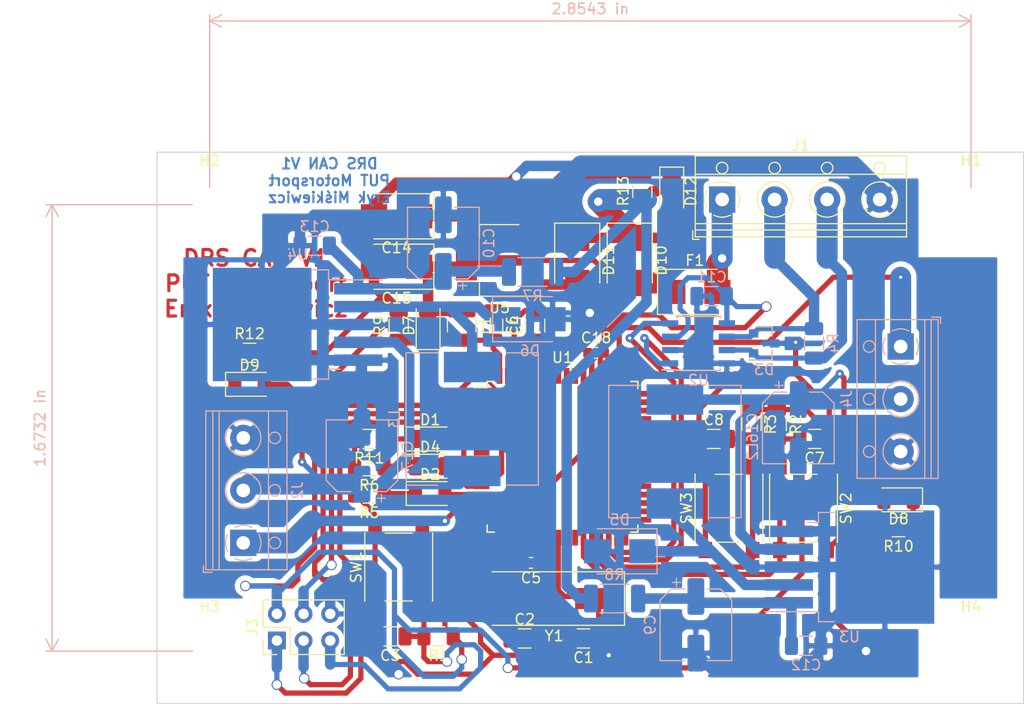
<source format=kicad_pcb>
(kicad_pcb (version 20171130) (host pcbnew "(5.1.0)-1")
  (layers (0 F.Cu signal) (31 B.Cu signal) (34 B.Paste user) (35 F.Paste user) (36 B.SilkS user) (37 F.SilkS user) (38 B.Mask user) (39 F.Mask user) (44 Edge.Cuts user))
  (net 0 "")
  (net 1 GND)
  (net 2 "Net-(C1-Pad1)")
  (net 3 "Net-(C2-Pad1)")
  (net 4 "Net-(C4-Pad1)")
  (net 5 +5V)
  (net 6 /Button1)
  (net 7 /Button2)
  (net 8 +12P)
  (net 9 "Net-(D8-Pad1)")
  (net 10 +12V)
  (net 11 /PWM1)
  (net 12 /PWM2)
  (net 13 /MOSI)
  (net 14 /RESET)
  (net 15 /SCK)
  (net 16 /MISO)
  (net 17 "Net-(D1-Pad1)")
  (net 18 /CANH)
  (net 19 /CANL)
  (net 20 /TXCAN)
  (net 21 /RXCAN)
  (net 22 "Net-(C6-Pad2)")
  (net 23 +5VP)
  (net 24 +5VL)
  (net 25 /LED1)
  (net 26 /LED3)
  (net 27 "Net-(D2-Pad1)")
  (net 28 /LED2)
  (net 29 "Net-(D4-Pad1)")
  (net 30 "Net-(D7-Pad1)")
  (net 31 "Net-(D9-Pad1)")
  (net 32 "Net-(D10-Pad2)")
  (net 33 "Net-(D12-Pad1)")
  (net 34 /Zasilanie/12P)
  (net 35 /Zasilanie/12L)
  (net 36 /Zasilanie/5PU)
  (net 37 /Zasilanie/5LU)
  (module Capacitor_SMD:CP_Elec_6.3x7.7 (layer B.Cu) (at 121.25 59.65 90)
    (fp_text reference C10 (at 0 4.35 90) (layer B.SilkS) (effects (justify mirror)))
    (fp_text value 100u)
    (pad 1 smd roundrect (at -2.7 0 90) (size 3.5 1.6) (layers B.Cu B.Paste B.Mask) (roundrect_rratio 0.15625) (net 35 /Zasilanie/12L))
    (pad 2 smd roundrect (at 2.7 0 90) (size 3.5 1.6) (layers B.Cu B.Paste B.Mask) (roundrect_rratio 0.15625) (net 1 GND))
  )
  (module Button_Switch_SMD:SW_SPST_PTS645 (layer F.Cu) (at 148.45 84.9 90)
    (fp_text reference SW3 (at 0 -4.05 90) (layer F.SilkS))
    (fp_text value SW_Push)
    (pad 2 smd rect (at 3.98 2.25 90) (size 1.55 1.3) (layers F.Cu F.Paste F.Mask) (net 7 /Button2))
    (pad 1 smd rect (at 3.98 -2.25 90) (size 1.55 1.3) (layers F.Cu F.Paste F.Mask) (net 1 GND))
    (pad 1 smd rect (at -3.98 -2.25 90) (size 1.55 1.3) (layers F.Cu F.Paste F.Mask) (net 1 GND))
    (pad 2 smd rect (at -3.98 2.25 90) (size 1.55 1.3) (layers F.Cu F.Paste F.Mask) (net 7 /Button2))
  )
  (module Capacitor_SMD:C_1206_3216Metric (layer F.Cu) (at 134.6 97.3 180)
    (fp_text reference C1 (at 0 -1.82 180) (layer F.SilkS))
    (fp_text value 22p)
    (pad 1 smd roundrect (at -1.4 0 180) (size 1.25 1.75) (layers F.Cu F.Paste F.Mask) (roundrect_rratio 0.2) (net 2 "Net-(C1-Pad1)"))
    (pad 2 smd roundrect (at 1.4 0 180) (size 1.25 1.75) (layers F.Cu F.Paste F.Mask) (roundrect_rratio 0.2) (net 1 GND))
  )
  (module Capacitor_SMD:C_1206_3216Metric (layer F.Cu) (at 129 97.3)
    (fp_text reference C2 (at 0 -1.82) (layer F.SilkS))
    (fp_text value 22p)
    (pad 2 smd roundrect (at 1.4 0) (size 1.25 1.75) (layers F.Cu F.Paste F.Mask) (roundrect_rratio 0.2) (net 1 GND))
    (pad 1 smd roundrect (at -1.4 0) (size 1.25 1.75) (layers F.Cu F.Paste F.Mask) (roundrect_rratio 0.2) (net 3 "Net-(C2-Pad1)"))
  )
  (module Capacitor_SMD:C_1206_3216Metric (layer F.Cu) (at 116.2 97.1 180)
    (fp_text reference C3 (at 0 -1.82 180) (layer F.SilkS))
    (fp_text value 100n)
    (pad 1 smd roundrect (at -1.4 0 180) (size 1.25 1.75) (layers F.Cu F.Paste F.Mask) (roundrect_rratio 0.2) (net 14 /RESET))
    (pad 2 smd roundrect (at 1.4 0 180) (size 1.25 1.75) (layers F.Cu F.Paste F.Mask) (roundrect_rratio 0.2) (net 1 GND))
  )
  (module Capacitor_SMD:C_1206_3216Metric (layer F.Cu) (at 130 67.5 90)
    (fp_text reference C4 (at 0 -1.82 90) (layer F.SilkS))
    (fp_text value 100n)
    (pad 2 smd roundrect (at 1.4 0 90) (size 1.25 1.75) (layers F.Cu F.Paste F.Mask) (roundrect_rratio 0.2) (net 1 GND))
    (pad 1 smd roundrect (at -1.4 0 90) (size 1.25 1.75) (layers F.Cu F.Paste F.Mask) (roundrect_rratio 0.2) (net 4 "Net-(C4-Pad1)"))
  )
  (module Capacitor_SMD:C_1206_3216Metric (layer F.Cu) (at 126 67.5 270)
    (fp_text reference C6 (at 0 -1.82 270) (layer F.SilkS))
    (fp_text value 100n)
    (pad 1 smd roundrect (at -1.4 0 270) (size 1.25 1.75) (layers F.Cu F.Paste F.Mask) (roundrect_rratio 0.2) (net 1 GND))
    (pad 2 smd roundrect (at 1.4 0 270) (size 1.25 1.75) (layers F.Cu F.Paste F.Mask) (roundrect_rratio 0.2) (net 22 "Net-(C6-Pad2)"))
  )
  (module Capacitor_SMD:C_1206_3216Metric (layer F.Cu) (at 156.6 78.3 180)
    (fp_text reference C7 (at 0 -1.82 180) (layer F.SilkS))
    (fp_text value 100n)
    (pad 2 smd roundrect (at 1.4 0 180) (size 1.25 1.75) (layers F.Cu F.Paste F.Mask) (roundrect_rratio 0.2) (net 6 /Button1))
    (pad 1 smd roundrect (at -1.4 0 180) (size 1.25 1.75) (layers F.Cu F.Paste F.Mask) (roundrect_rratio 0.2) (net 1 GND))
  )
  (module Capacitor_SMD:C_1206_3216Metric (layer F.Cu) (at 147 78.3)
    (fp_text reference C8 (at 0 -1.82) (layer F.SilkS))
    (fp_text value 100n)
    (pad 2 smd roundrect (at 1.4 0) (size 1.25 1.75) (layers F.Cu F.Paste F.Mask) (roundrect_rratio 0.2) (net 7 /Button2))
    (pad 1 smd roundrect (at -1.4 0) (size 1.25 1.75) (layers F.Cu F.Paste F.Mask) (roundrect_rratio 0.2) (net 1 GND))
  )
  (module Capacitor_SMD:CP_Elec_6.3x7.7 (layer B.Cu) (at 145.3 96 270)
    (fp_text reference C9 (at 0 4.35 270) (layer B.SilkS) (effects (justify mirror)))
    (fp_text value 100u)
    (pad 1 smd roundrect (at -2.7 0 270) (size 3.5 1.6) (layers B.Cu B.Paste B.Mask) (roundrect_rratio 0.15625) (net 34 /Zasilanie/12P))
    (pad 2 smd roundrect (at 2.7 0 270) (size 3.5 1.6) (layers B.Cu B.Paste B.Mask) (roundrect_rratio 0.15625) (net 1 GND))
  )
  (module Capacitor_SMD:C_1206_3216Metric (layer B.Cu) (at 146.8 64.7 180)
    (fp_text reference C11 (at 0 1.82 180) (layer B.SilkS) (effects (justify mirror)))
    (fp_text value 100n)
    (pad 1 smd roundrect (at -1.4 0 180) (size 1.25 1.75) (layers B.Cu B.Paste B.Mask) (roundrect_rratio 0.2) (net 5 +5V))
    (pad 2 smd roundrect (at 1.4 0 180) (size 1.25 1.75) (layers B.Cu B.Paste B.Mask) (roundrect_rratio 0.2) (net 1 GND))
  )
  (module Capacitor_SMD:C_1206_3216Metric (layer B.Cu) (at 155.8 98)
    (fp_text reference C12 (at 0 1.82) (layer B.SilkS) (effects (justify mirror)))
    (fp_text value 100n)
    (pad 1 smd roundrect (at -1.4 0) (size 1.25 1.75) (layers B.Cu B.Paste B.Mask) (roundrect_rratio 0.2) (net 34 /Zasilanie/12P))
    (pad 2 smd roundrect (at 1.4 0) (size 1.25 1.75) (layers B.Cu B.Paste B.Mask) (roundrect_rratio 0.2) (net 1 GND))
  )
  (module Capacitor_SMD:C_1206_3216Metric (layer B.Cu) (at 109 59.9 180)
    (fp_text reference C13 (at 0 1.82 180) (layer B.SilkS) (effects (justify mirror)))
    (fp_text value 100n)
    (pad 2 smd roundrect (at 1.4 0 180) (size 1.25 1.75) (layers B.Cu B.Paste B.Mask) (roundrect_rratio 0.2) (net 1 GND))
    (pad 1 smd roundrect (at -1.4 0 180) (size 1.25 1.75) (layers B.Cu B.Paste B.Mask) (roundrect_rratio 0.2) (net 35 /Zasilanie/12L))
  )
  (module Diode_SMD:D_SMB (layer F.Cu) (at 116.8 57.1 180)
    (fp_text reference C14 (at 0 -3 180) (layer F.SilkS))
    (fp_text value CP)
    (pad 2 smd rect (at 2.15 0 180) (size 2.5 2.3) (layers F.Cu F.Paste F.Mask) (net 1 GND))
    (pad 1 smd rect (at -2.15 0 180) (size 2.5 2.3) (layers F.Cu F.Paste F.Mask) (net 10 +12V))
  )
  (module Diode_SMD:D_SMB (layer F.Cu) (at 116.8 61.9 180)
    (fp_text reference C15 (at 0 -3 180) (layer F.SilkS))
    (fp_text value CP)
    (pad 2 smd rect (at 2.15 0 180) (size 2.5 2.3) (layers F.Cu F.Paste F.Mask) (net 1 GND))
    (pad 1 smd rect (at -2.15 0 180) (size 2.5 2.3) (layers F.Cu F.Paste F.Mask) (net 5 +5V))
  )
  (module Capacitor_SMD:CP_Elec_6.3x7.7 (layer B.Cu) (at 155.05 77.25 270)
    (fp_text reference C16 (at 0 4.35 270) (layer B.SilkS) (effects (justify mirror)))
    (fp_text value 220u)
    (pad 2 smd roundrect (at 2.7 0 270) (size 3.5 1.6) (layers B.Cu B.Paste B.Mask) (roundrect_rratio 0.15625) (net 1 GND))
    (pad 1 smd roundrect (at -2.7 0 270) (size 3.5 1.6) (layers B.Cu B.Paste B.Mask) (roundrect_rratio 0.15625) (net 23 +5VP))
  )
  (module Capacitor_SMD:CP_Elec_6.3x7.7 (layer B.Cu) (at 113.5 79.9 90)
    (fp_text reference C17 (at 0 4.35 90) (layer B.SilkS) (effects (justify mirror)))
    (fp_text value 220u)
    (pad 2 smd roundrect (at 2.7 0 90) (size 3.5 1.6) (layers B.Cu B.Paste B.Mask) (roundrect_rratio 0.15625) (net 1 GND))
    (pad 1 smd roundrect (at -2.7 0 90) (size 3.5 1.6) (layers B.Cu B.Paste B.Mask) (roundrect_rratio 0.15625) (net 24 +5VL))
  )
  (module LED_SMD:LED_1206_3216Metric (layer F.Cu) (at 120 78.3)
    (fp_text reference D1 (at 0 -1.82) (layer F.SilkS))
    (fp_text value LED)
    (pad 1 smd roundrect (at -1.4 0) (size 1.25 1.75) (layers F.Cu F.Paste F.Mask) (roundrect_rratio 0.2) (net 17 "Net-(D1-Pad1)"))
    (pad 2 smd roundrect (at 1.4 0) (size 1.25 1.75) (layers F.Cu F.Paste F.Mask) (roundrect_rratio 0.2) (net 25 /LED1))
  )
  (module LED_SMD:LED_1206_3216Metric (layer F.Cu) (at 120 83.5)
    (fp_text reference D2 (at 0 -1.82) (layer F.SilkS))
    (fp_text value LED)
    (pad 2 smd roundrect (at 1.4 0) (size 1.25 1.75) (layers F.Cu F.Paste F.Mask) (roundrect_rratio 0.2) (net 26 /LED3))
    (pad 1 smd roundrect (at -1.4 0) (size 1.25 1.75) (layers F.Cu F.Paste F.Mask) (roundrect_rratio 0.2) (net 27 "Net-(D2-Pad1)"))
  )
  (module Package_TO_SOT_SMD:SOT-23 (layer B.Cu) (at 151.8 69.2)
    (fp_text reference D3 (at 0 2.5) (layer B.SilkS) (effects (justify mirror)))
    (fp_text value D_TVS_x2_AAC)
    (pad 1 smd rect (at -1 0.95) (size 0.9 0.8) (layers B.Cu B.Paste B.Mask) (net 18 /CANH))
    (pad 2 smd rect (at -1 -0.95) (size 0.9 0.8) (layers B.Cu B.Paste B.Mask) (net 19 /CANL))
    (pad 3 smd rect (at 1 0) (size 0.9 0.8) (layers B.Cu B.Paste B.Mask) (net 1 GND))
  )
  (module LED_SMD:LED_1206_3216Metric (layer F.Cu) (at 120 80.9)
    (fp_text reference D4 (at 0 -1.82) (layer F.SilkS))
    (fp_text value LED)
    (pad 1 smd roundrect (at -1.4 0) (size 1.25 1.75) (layers F.Cu F.Paste F.Mask) (roundrect_rratio 0.2) (net 29 "Net-(D4-Pad1)"))
    (pad 2 smd roundrect (at 1.4 0) (size 1.25 1.75) (layers F.Cu F.Paste F.Mask) (roundrect_rratio 0.2) (net 28 /LED2))
  )
  (module Diode_SMD:D_SMB (layer B.Cu) (at 138.05 89 180)
    (fp_text reference D5 (at 0 3 180) (layer B.SilkS) (effects (justify mirror)))
    (fp_text value D_Schottky)
    (pad 1 smd rect (at -2.15 0 180) (size 2.5 2.3) (layers B.Cu B.Paste B.Mask) (net 36 /Zasilanie/5PU))
    (pad 2 smd rect (at 2.15 0 180) (size 2.5 2.3) (layers B.Cu B.Paste B.Mask) (net 1 GND))
  )
  (module Diode_SMD:D_SMB (layer B.Cu) (at 129.5 66.9)
    (fp_text reference D6 (at 0 3) (layer B.SilkS) (effects (justify mirror)))
    (fp_text value D_Schottky)
    (pad 1 smd rect (at -2.15 0) (size 2.5 2.3) (layers B.Cu B.Paste B.Mask) (net 37 /Zasilanie/5LU))
    (pad 2 smd rect (at 2.15 0) (size 2.5 2.3) (layers B.Cu B.Paste B.Mask) (net 1 GND))
  )
  (module LED_SMD:LED_1206_3216Metric (layer F.Cu) (at 119.8 67.5 90)
    (fp_text reference D7 (at 0 -1.82 90) (layer F.SilkS))
    (fp_text value LED)
    (pad 2 smd roundrect (at 1.4 0 90) (size 1.25 1.75) (layers F.Cu F.Paste F.Mask) (roundrect_rratio 0.2) (net 5 +5V))
    (pad 1 smd roundrect (at -1.4 0 90) (size 1.25 1.75) (layers F.Cu F.Paste F.Mask) (roundrect_rratio 0.2) (net 30 "Net-(D7-Pad1)"))
  )
  (module LED_SMD:LED_1206_3216Metric (layer F.Cu) (at 164.6 84.1 180)
    (fp_text reference D8 (at 0 -1.82 180) (layer F.SilkS))
    (fp_text value LED)
    (pad 1 smd roundrect (at -1.4 0 180) (size 1.25 1.75) (layers F.Cu F.Paste F.Mask) (roundrect_rratio 0.2) (net 9 "Net-(D8-Pad1)"))
    (pad 2 smd roundrect (at 1.4 0 180) (size 1.25 1.75) (layers F.Cu F.Paste F.Mask) (roundrect_rratio 0.2) (net 23 +5VP))
  )
  (module LED_SMD:LED_1206_3216Metric (layer F.Cu) (at 102.8 73.1)
    (fp_text reference D9 (at 0 -1.82) (layer F.SilkS))
    (fp_text value LED)
    (pad 2 smd roundrect (at 1.4 0) (size 1.25 1.75) (layers F.Cu F.Paste F.Mask) (roundrect_rratio 0.2) (net 24 +5VL))
    (pad 1 smd roundrect (at -1.4 0) (size 1.25 1.75) (layers F.Cu F.Paste F.Mask) (roundrect_rratio 0.2) (net 31 "Net-(D9-Pad1)"))
  )
  (module Diode_SMD:D_SMB (layer F.Cu) (at 139 61.3 270)
    (fp_text reference D10 (at 0 -3 270) (layer F.SilkS))
    (fp_text value D_Schottky)
    (pad 1 smd rect (at -2.15 0 270) (size 2.5 2.3) (layers F.Cu F.Paste F.Mask) (net 10 +12V))
    (pad 2 smd rect (at 2.15 0 270) (size 2.5 2.3) (layers F.Cu F.Paste F.Mask) (net 32 "Net-(D10-Pad2)"))
  )
  (module Diode_SMD:D_SMB (layer F.Cu) (at 134 61.3 270)
    (fp_text reference D11 (at 0 -3 270) (layer F.SilkS))
    (fp_text value D_Zener)
    (pad 2 smd rect (at 2.15 0 270) (size 2.5 2.3) (layers F.Cu F.Paste F.Mask) (net 1 GND))
    (pad 1 smd rect (at -2.15 0 270) (size 2.5 2.3) (layers F.Cu F.Paste F.Mask) (net 10 +12V))
  )
  (module LED_SMD:LED_1206_3216Metric (layer F.Cu) (at 143 54.7 270)
    (fp_text reference D12 (at 0 -1.82 270) (layer F.SilkS))
    (fp_text value LED)
    (pad 1 smd roundrect (at -1.4 0 270) (size 1.25 1.75) (layers F.Cu F.Paste F.Mask) (roundrect_rratio 0.2) (net 33 "Net-(D12-Pad1)"))
    (pad 2 smd roundrect (at 1.4 0 270) (size 1.25 1.75) (layers F.Cu F.Paste F.Mask) (roundrect_rratio 0.2) (net 10 +12V))
  )
  (module Diode_SMD:D_SMB (layer F.Cu) (at 145.2 64.3)
    (fp_text reference F1 (at 0 -3) (layer F.SilkS))
    (fp_text value Fuse)
    (pad 1 smd rect (at -2.15 0) (size 2.5 2.3) (layers F.Cu F.Paste F.Mask) (net 32 "Net-(D10-Pad2)"))
    (pad 2 smd rect (at 2.15 0) (size 2.5 2.3) (layers F.Cu F.Paste F.Mask) (net 8 +12P))
  )
  (module TerminalBlock_RND:TerminalBlock_RND_205-00014_1x04_P5.00mm_Horizontal (layer F.Cu) (at 147.8 55.5)
    (fp_text reference J1 (at 7.5 -5.16) (layer F.SilkS))
    (fp_text value Screw_Terminal_01x04)
    (pad 1 thru_hole rect (at 0 0) (size 2.5 2.5) (drill 1.3) (layers *.Cu *.Mask) (net 8 +12P))
    (pad 2 thru_hole circle (at 5 0) (size 2.5 2.5) (drill 1.3) (layers *.Cu *.Mask) (net 19 /CANL))
    (pad 3 thru_hole circle (at 10 0) (size 2.5 2.5) (drill 1.3) (layers *.Cu *.Mask) (net 18 /CANH))
    (pad 4 thru_hole circle (at 15 0) (size 2.5 2.5) (drill 1.3) (layers *.Cu *.Mask) (net 1 GND))
  )
  (module TerminalBlock_RND:TerminalBlock_RND_205-00013_1x03_P5.00mm_Horizontal (layer B.Cu) (at 102.2 88.2 90)
    (fp_text reference J2 (at 5 5.16 90) (layer B.SilkS) (effects (justify mirror)))
    (fp_text value Screw_Terminal_01x03)
    (pad 3 thru_hole circle (at 10 0 90) (size 2.5 2.5) (drill 1.3) (layers *.Cu *.Mask) (net 1 GND))
    (pad 2 thru_hole circle (at 5 0 90) (size 2.5 2.5) (drill 1.3) (layers *.Cu *.Mask) (net 24 +5VL))
    (pad 1 thru_hole rect (at 0 0 90) (size 2.5 2.5) (drill 1.3) (layers *.Cu *.Mask) (net 11 /PWM1))
  )
  (module Connector_PinHeader_2.54mm:PinHeader_2x03_P2.54mm_Vertical (layer F.Cu) (at 105.4 97.5 90)
    (fp_text reference J3 (at 1.27 -2.33 90) (layer F.SilkS))
    (fp_text value Conn_02x03_Odd_Even)
    (pad 1 thru_hole rect (at 0 0 90) (size 1.7 1.7) (drill 1) (layers *.Cu *.Mask) (net 16 /MISO))
    (pad 2 thru_hole oval (at 2.54 0 90) (size 1.7 1.7) (drill 1) (layers *.Cu *.Mask) (net 5 +5V))
    (pad 3 thru_hole oval (at 0 2.54 90) (size 1.7 1.7) (drill 1) (layers *.Cu *.Mask) (net 15 /SCK))
    (pad 4 thru_hole oval (at 2.54 2.54 90) (size 1.7 1.7) (drill 1) (layers *.Cu *.Mask) (net 13 /MOSI))
    (pad 5 thru_hole oval (at 0 5.08 90) (size 1.7 1.7) (drill 1) (layers *.Cu *.Mask) (net 14 /RESET))
    (pad 6 thru_hole oval (at 2.54 5.08 90) (size 1.7 1.7) (drill 1) (layers *.Cu *.Mask) (net 1 GND))
  )
  (module TerminalBlock_RND:TerminalBlock_RND_205-00013_1x03_P5.00mm_Horizontal (layer B.Cu) (at 164.8 69.5 270)
    (fp_text reference J4 (at 5 5.16 270) (layer B.SilkS) (effects (justify mirror)))
    (fp_text value Screw_Terminal_01x03)
    (pad 1 thru_hole rect (at 0 0 270) (size 2.5 2.5) (drill 1.3) (layers *.Cu *.Mask) (net 12 /PWM2))
    (pad 2 thru_hole circle (at 5 0 270) (size 2.5 2.5) (drill 1.3) (layers *.Cu *.Mask) (net 23 +5VP))
    (pad 3 thru_hole circle (at 10 0 270) (size 2.5 2.5) (drill 1.3) (layers *.Cu *.Mask) (net 1 GND))
  )
  (module Inductor_SMD:L_12x12mm_H8mm (layer B.Cu) (at 143.3 79.5 90)
    (fp_text reference L2 (at 0 7.4 90) (layer B.SilkS) (effects (justify mirror)))
    (fp_text value 33u)
    (pad 1 smd rect (at -4.95 0 90) (size 2.9 5.4) (layers B.Cu B.Paste B.Mask) (net 36 /Zasilanie/5PU))
    (pad 2 smd rect (at 4.95 0 90) (size 2.9 5.4) (layers B.Cu B.Paste B.Mask) (net 23 +5VP))
  )
  (module Inductor_SMD:L_12x12mm_H8mm (layer B.Cu) (at 124 76.4 270)
    (fp_text reference L3 (at 0 7.4 270) (layer B.SilkS) (effects (justify mirror)))
    (fp_text value 33u)
    (pad 2 smd rect (at 4.95 0 270) (size 2.9 5.4) (layers B.Cu B.Paste B.Mask) (net 24 +5VL))
    (pad 1 smd rect (at -4.95 0 270) (size 2.9 5.4) (layers B.Cu B.Paste B.Mask) (net 37 /Zasilanie/5LU))
  )
  (module Resistor_SMD:R_1206_3216Metric (layer F.Cu) (at 120.8 97.1 180)
    (fp_text reference R1 (at 0 -1.82 180) (layer F.SilkS))
    (fp_text value 10k)
    (pad 1 smd roundrect (at -1.4 0 180) (size 1.25 1.75) (layers F.Cu F.Paste F.Mask) (roundrect_rratio 0.2) (net 5 +5V))
    (pad 2 smd roundrect (at 1.4 0 180) (size 1.25 1.75) (layers F.Cu F.Paste F.Mask) (roundrect_rratio 0.2) (net 14 /RESET))
  )
  (module Resistor_SMD:R_1206_3216Metric (layer F.Cu) (at 153 76.9 270)
    (fp_text reference R2 (at 0 -1.82 270) (layer F.SilkS))
    (fp_text value 10k)
    (pad 2 smd roundrect (at 1.4 0 270) (size 1.25 1.75) (layers F.Cu F.Paste F.Mask) (roundrect_rratio 0.2) (net 6 /Button1))
    (pad 1 smd roundrect (at -1.4 0 270) (size 1.25 1.75) (layers F.Cu F.Paste F.Mask) (roundrect_rratio 0.2) (net 5 +5V))
  )
  (module Resistor_SMD:R_1206_3216Metric (layer F.Cu) (at 150.6 76.9 270)
    (fp_text reference R3 (at 0 -1.82 270) (layer F.SilkS))
    (fp_text value 10k)
    (pad 1 smd roundrect (at -1.4 0 270) (size 1.25 1.75) (layers F.Cu F.Paste F.Mask) (roundrect_rratio 0.2) (net 5 +5V))
    (pad 2 smd roundrect (at 1.4 0 270) (size 1.25 1.75) (layers F.Cu F.Paste F.Mask) (roundrect_rratio 0.2) (net 7 /Button2))
  )
  (module Resistor_SMD:R_1206_3216Metric (layer B.Cu) (at 156.55 69.2 90)
    (fp_text reference R4 (at 0 1.82 90) (layer B.SilkS) (effects (justify mirror)))
    (fp_text value R_Small)
    (pad 1 smd roundrect (at -1.4 0 90) (size 1.25 1.75) (layers B.Cu B.Paste B.Mask) (roundrect_rratio 0.2) (net 18 /CANH))
    (pad 2 smd roundrect (at 1.4 0 90) (size 1.25 1.75) (layers B.Cu B.Paste B.Mask) (roundrect_rratio 0.2) (net 19 /CANL))
  )
  (module Resistor_SMD:R_1206_3216Metric (layer F.Cu) (at 114.2 83.5 180)
    (fp_text reference R5 (at 0 -1.82 180) (layer F.SilkS))
    (fp_text value 330)
    (pad 1 smd roundrect (at -1.4 0 180) (size 1.25 1.75) (layers F.Cu F.Paste F.Mask) (roundrect_rratio 0.2) (net 27 "Net-(D2-Pad1)"))
    (pad 2 smd roundrect (at 1.4 0 180) (size 1.25 1.75) (layers F.Cu F.Paste F.Mask) (roundrect_rratio 0.2) (net 1 GND))
  )
  (module Resistor_SMD:R_1206_3216Metric (layer F.Cu) (at 114.2 80.9 180)
    (fp_text reference R6 (at 0 -1.82 180) (layer F.SilkS))
    (fp_text value 330)
    (pad 2 smd roundrect (at 1.4 0 180) (size 1.25 1.75) (layers F.Cu F.Paste F.Mask) (roundrect_rratio 0.2) (net 1 GND))
    (pad 1 smd roundrect (at -1.4 0 180) (size 1.25 1.75) (layers F.Cu F.Paste F.Mask) (roundrect_rratio 0.2) (net 29 "Net-(D4-Pad1)"))
  )
  (module Resistor_SMD:R_1206_3216Metric (layer F.Cu) (at 117 67.5 90)
    (fp_text reference R9 (at 0 -1.82 90) (layer F.SilkS))
    (fp_text value 330)
    (pad 2 smd roundrect (at 1.4 0 90) (size 1.25 1.75) (layers F.Cu F.Paste F.Mask) (roundrect_rratio 0.2) (net 1 GND))
    (pad 1 smd roundrect (at -1.4 0 90) (size 1.25 1.75) (layers F.Cu F.Paste F.Mask) (roundrect_rratio 0.2) (net 30 "Net-(D7-Pad1)"))
  )
  (module Resistor_SMD:R_1206_3216Metric (layer F.Cu) (at 164.6 86.7 180)
    (fp_text reference R10 (at 0 -1.82 180) (layer F.SilkS))
    (fp_text value 330)
    (pad 1 smd roundrect (at -1.4 0 180) (size 1.25 1.75) (layers F.Cu F.Paste F.Mask) (roundrect_rratio 0.2) (net 9 "Net-(D8-Pad1)"))
    (pad 2 smd roundrect (at 1.4 0 180) (size 1.25 1.75) (layers F.Cu F.Paste F.Mask) (roundrect_rratio 0.2) (net 1 GND))
  )
  (module Resistor_SMD:R_1206_3216Metric (layer F.Cu) (at 114.2 78.3 180)
    (fp_text reference R11 (at 0 -1.82 180) (layer F.SilkS))
    (fp_text value 330)
    (pad 2 smd roundrect (at 1.4 0 180) (size 1.25 1.75) (layers F.Cu F.Paste F.Mask) (roundrect_rratio 0.2) (net 1 GND))
    (pad 1 smd roundrect (at -1.4 0 180) (size 1.25 1.75) (layers F.Cu F.Paste F.Mask) (roundrect_rratio 0.2) (net 17 "Net-(D1-Pad1)"))
  )
  (module Resistor_SMD:R_1206_3216Metric (layer F.Cu) (at 102.8 70.1)
    (fp_text reference R12 (at 0 -1.82) (layer F.SilkS))
    (fp_text value 330)
    (pad 2 smd roundrect (at 1.4 0) (size 1.25 1.75) (layers F.Cu F.Paste F.Mask) (roundrect_rratio 0.2) (net 1 GND))
    (pad 1 smd roundrect (at -1.4 0) (size 1.25 1.75) (layers F.Cu F.Paste F.Mask) (roundrect_rratio 0.2) (net 31 "Net-(D9-Pad1)"))
  )
  (module Resistor_SMD:R_1206_3216Metric (layer F.Cu) (at 140.2 54.7 90)
    (fp_text reference R13 (at 0 -1.82 90) (layer F.SilkS))
    (fp_text value 2k)
    (pad 1 smd roundrect (at -1.4 0 90) (size 1.25 1.75) (layers F.Cu F.Paste F.Mask) (roundrect_rratio 0.2) (net 33 "Net-(D12-Pad1)"))
    (pad 2 smd roundrect (at 1.4 0 90) (size 1.25 1.75) (layers F.Cu F.Paste F.Mask) (roundrect_rratio 0.2) (net 1 GND))
  )
  (module Package_QFP:TQFP-64_14x14mm_P0.8mm (layer F.Cu) (at 132.6 80)
    (fp_text reference U1 (at 0 -9.45) (layer F.SilkS))
    (fp_text value AT90CAN32-16AU)
    (pad 1 smd rect (at -7.7 -6) (size 1.5 0.55) (layers F.Cu F.Paste F.Mask))
    (pad 2 smd rect (at -7.7 -5.2) (size 1.5 0.55) (layers F.Cu F.Paste F.Mask) (net 13 /MOSI))
    (pad 3 smd rect (at -7.7 -4.4) (size 1.5 0.55) (layers F.Cu F.Paste F.Mask) (net 16 /MISO))
    (pad 4 smd rect (at -7.7 -3.6) (size 1.5 0.55) (layers F.Cu F.Paste F.Mask))
    (pad 5 smd rect (at -7.7 -2.8) (size 1.5 0.55) (layers F.Cu F.Paste F.Mask))
    (pad 6 smd rect (at -7.7 -2) (size 1.5 0.55) (layers F.Cu F.Paste F.Mask))
    (pad 7 smd rect (at -7.7 -1.2) (size 1.5 0.55) (layers F.Cu F.Paste F.Mask))
    (pad 8 smd rect (at -7.7 -0.4) (size 1.5 0.55) (layers F.Cu F.Paste F.Mask))
    (pad 9 smd rect (at -7.7 0.4) (size 1.5 0.55) (layers F.Cu F.Paste F.Mask))
    (pad 10 smd rect (at -7.7 1.2) (size 1.5 0.55) (layers F.Cu F.Paste F.Mask) (net 25 /LED1))
    (pad 11 smd rect (at -7.7 2) (size 1.5 0.55) (layers F.Cu F.Paste F.Mask) (net 15 /SCK))
    (pad 12 smd rect (at -7.7 2.8) (size 1.5 0.55) (layers F.Cu F.Paste F.Mask) (net 28 /LED2))
    (pad 13 smd rect (at -7.7 3.6) (size 1.5 0.55) (layers F.Cu F.Paste F.Mask) (net 26 /LED3))
    (pad 14 smd rect (at -7.7 4.4) (size 1.5 0.55) (layers F.Cu F.Paste F.Mask))
    (pad 15 smd rect (at -7.7 5.2) (size 1.5 0.55) (layers F.Cu F.Paste F.Mask) (net 11 /PWM1))
    (pad 16 smd rect (at -7.7 6) (size 1.5 0.55) (layers F.Cu F.Paste F.Mask) (net 12 /PWM2))
    (pad 17 smd rect (at -6 7.7 90) (size 1.5 0.55) (layers F.Cu F.Paste F.Mask))
    (pad 18 smd rect (at -5.2 7.7 90) (size 1.5 0.55) (layers F.Cu F.Paste F.Mask))
    (pad 19 smd rect (at -4.4 7.7 90) (size 1.5 0.55) (layers F.Cu F.Paste F.Mask))
    (pad 20 smd rect (at -3.6 7.7 90) (size 1.5 0.55) (layers F.Cu F.Paste F.Mask) (net 14 /RESET))
    (pad 21 smd rect (at -2.8 7.7 90) (size 1.5 0.55) (layers F.Cu F.Paste F.Mask) (net 5 +5V))
    (pad 22 smd rect (at -2 7.7 90) (size 1.5 0.55) (layers F.Cu F.Paste F.Mask) (net 1 GND))
    (pad 23 smd rect (at -1.2 7.7 90) (size 1.5 0.55) (layers F.Cu F.Paste F.Mask) (net 3 "Net-(C2-Pad1)"))
    (pad 24 smd rect (at -0.4 7.7 90) (size 1.5 0.55) (layers F.Cu F.Paste F.Mask) (net 2 "Net-(C1-Pad1)"))
    (pad 25 smd rect (at 0.4 7.7 90) (size 1.5 0.55) (layers F.Cu F.Paste F.Mask))
    (pad 26 smd rect (at 1.2 7.7 90) (size 1.5 0.55) (layers F.Cu F.Paste F.Mask))
    (pad 27 smd rect (at 2 7.7 90) (size 1.5 0.55) (layers F.Cu F.Paste F.Mask) (net 6 /Button1))
    (pad 28 smd rect (at 2.8 7.7 90) (size 1.5 0.55) (layers F.Cu F.Paste F.Mask) (net 7 /Button2))
    (pad 29 smd rect (at 3.6 7.7 90) (size 1.5 0.55) (layers F.Cu F.Paste F.Mask))
    (pad 30 smd rect (at 4.4 7.7 90) (size 1.5 0.55) (layers F.Cu F.Paste F.Mask) (net 20 /TXCAN))
    (pad 31 smd rect (at 5.2 7.7 90) (size 1.5 0.55) (layers F.Cu F.Paste F.Mask) (net 21 /RXCAN))
    (pad 32 smd rect (at 6 7.7 90) (size 1.5 0.55) (layers F.Cu F.Paste F.Mask))
    (pad 33 smd rect (at 7.7 6) (size 1.5 0.55) (layers F.Cu F.Paste F.Mask))
    (pad 34 smd rect (at 7.7 5.2) (size 1.5 0.55) (layers F.Cu F.Paste F.Mask))
    (pad 35 smd rect (at 7.7 4.4) (size 1.5 0.55) (layers F.Cu F.Paste F.Mask))
    (pad 36 smd rect (at 7.7 3.6) (size 1.5 0.55) (layers F.Cu F.Paste F.Mask))
    (pad 37 smd rect (at 7.7 2.8) (size 1.5 0.55) (layers F.Cu F.Paste F.Mask))
    (pad 38 smd rect (at 7.7 2) (size 1.5 0.55) (layers F.Cu F.Paste F.Mask))
    (pad 39 smd rect (at 7.7 1.2) (size 1.5 0.55) (layers F.Cu F.Paste F.Mask))
    (pad 40 smd rect (at 7.7 0.4) (size 1.5 0.55) (layers F.Cu F.Paste F.Mask))
    (pad 41 smd rect (at 7.7 -0.4) (size 1.5 0.55) (layers F.Cu F.Paste F.Mask))
    (pad 42 smd rect (at 7.7 -1.2) (size 1.5 0.55) (layers F.Cu F.Paste F.Mask))
    (pad 43 smd rect (at 7.7 -2) (size 1.5 0.55) (layers F.Cu F.Paste F.Mask))
    (pad 44 smd rect (at 7.7 -2.8) (size 1.5 0.55) (layers F.Cu F.Paste F.Mask))
    (pad 45 smd rect (at 7.7 -3.6) (size 1.5 0.55) (layers F.Cu F.Paste F.Mask))
    (pad 46 smd rect (at 7.7 -4.4) (size 1.5 0.55) (layers F.Cu F.Paste F.Mask))
    (pad 47 smd rect (at 7.7 -5.2) (size 1.5 0.55) (layers F.Cu F.Paste F.Mask))
    (pad 48 smd rect (at 7.7 -6) (size 1.5 0.55) (layers F.Cu F.Paste F.Mask))
    (pad 49 smd rect (at 6 -7.7 90) (size 1.5 0.55) (layers F.Cu F.Paste F.Mask))
    (pad 50 smd rect (at 5.2 -7.7 90) (size 1.5 0.55) (layers F.Cu F.Paste F.Mask))
    (pad 51 smd rect (at 4.4 -7.7 90) (size 1.5 0.55) (layers F.Cu F.Paste F.Mask))
    (pad 52 smd rect (at 3.6 -7.7 90) (size 1.5 0.55) (layers F.Cu F.Paste F.Mask) (net 5 +5V))
    (pad 53 smd rect (at 2.8 -7.7 90) (size 1.5 0.55) (layers F.Cu F.Paste F.Mask) (net 1 GND))
    (pad 54 smd rect (at 2 -7.7 90) (size 1.5 0.55) (layers F.Cu F.Paste F.Mask))
    (pad 55 smd rect (at 1.2 -7.7 90) (size 1.5 0.55) (layers F.Cu F.Paste F.Mask))
    (pad 56 smd rect (at 0.4 -7.7 90) (size 1.5 0.55) (layers F.Cu F.Paste F.Mask))
    (pad 57 smd rect (at -0.4 -7.7 90) (size 1.5 0.55) (layers F.Cu F.Paste F.Mask))
    (pad 58 smd rect (at -1.2 -7.7 90) (size 1.5 0.55) (layers F.Cu F.Paste F.Mask))
    (pad 59 smd rect (at -2 -7.7 90) (size 1.5 0.55) (layers F.Cu F.Paste F.Mask))
    (pad 60 smd rect (at -2.8 -7.7 90) (size 1.5 0.55) (layers F.Cu F.Paste F.Mask))
    (pad 61 smd rect (at -3.6 -7.7 90) (size 1.5 0.55) (layers F.Cu F.Paste F.Mask))
    (pad 62 smd rect (at -4.4 -7.7 90) (size 1.5 0.55) (layers F.Cu F.Paste F.Mask) (net 4 "Net-(C4-Pad1)"))
    (pad 63 smd rect (at -5.2 -7.7 90) (size 1.5 0.55) (layers F.Cu F.Paste F.Mask) (net 1 GND))
    (pad 64 smd rect (at -6 -7.7 90) (size 1.5 0.55) (layers F.Cu F.Paste F.Mask) (net 22 "Net-(C6-Pad2)"))
  )
  (module Package_SO:SOIC-8_3.9x4.9mm_P1.27mm (layer B.Cu) (at 145.55 69.2)
    (fp_text reference U2 (at 0 3.5) (layer B.SilkS) (effects (justify mirror)))
    (fp_text value MCP2562-E-SN)
    (pad 1 smd rect (at -2.7 1.905) (size 1.55 0.6) (layers B.Cu B.Paste B.Mask) (net 20 /TXCAN))
    (pad 2 smd rect (at -2.7 0.635) (size 1.55 0.6) (layers B.Cu B.Paste B.Mask) (net 1 GND))
    (pad 3 smd rect (at -2.7 -0.635) (size 1.55 0.6) (layers B.Cu B.Paste B.Mask) (net 5 +5V))
    (pad 4 smd rect (at -2.7 -1.905) (size 1.55 0.6) (layers B.Cu B.Paste B.Mask) (net 21 /RXCAN))
    (pad 5 smd rect (at 2.7 -1.905) (size 1.55 0.6) (layers B.Cu B.Paste B.Mask) (net 5 +5V))
    (pad 6 smd rect (at 2.7 -0.635) (size 1.55 0.6) (layers B.Cu B.Paste B.Mask) (net 19 /CANL))
    (pad 7 smd rect (at 2.7 0.635) (size 1.55 0.6) (layers B.Cu B.Paste B.Mask) (net 18 /CANH))
    (pad 8 smd rect (at 2.7 1.905) (size 1.55 0.6) (layers B.Cu B.Paste B.Mask) (net 1 GND))
  )
  (module Package_TO_SOT_SMD:TO-263-5_TabPin3 (layer B.Cu) (at 159.925 90.5)
    (fp_text reference U3 (at 0 6.65) (layer B.SilkS) (effects (justify mirror)))
    (fp_text value AP1501-K5G-13)
    (pad 3 smd rect (at 3.375 0) (size 9.4 10.8) (layers B.Cu B.Mask) (net 1 GND))
    (pad 5 smd rect (at -5.775 -3.4) (size 4.6 1.1) (layers B.Cu B.Paste B.Mask) (net 1 GND))
    (pad 4 smd rect (at -5.775 -1.7) (size 4.6 1.1) (layers B.Cu B.Paste B.Mask) (net 23 +5VP))
    (pad 3 smd rect (at -5.775 0) (size 4.6 1.1) (layers B.Cu B.Paste B.Mask) (net 1 GND))
    (pad 2 smd rect (at -5.775 1.7) (size 4.6 1.1) (layers B.Cu B.Paste B.Mask) (net 36 /Zasilanie/5PU))
    (pad 1 smd rect (at -5.775 3.4) (size 4.6 1.1) (layers B.Cu B.Paste B.Mask) (net 34 /Zasilanie/12P))
  )
  (module Package_TO_SOT_SMD:TO-263-5_TabPin3 (layer B.Cu) (at 107.375 67.4 180)
    (fp_text reference U4 (at 0 6.65 180) (layer B.SilkS) (effects (justify mirror)))
    (fp_text value AP1501-K5G-13)
    (pad 1 smd rect (at -5.775 3.4 180) (size 4.6 1.1) (layers B.Cu B.Paste B.Mask) (net 35 /Zasilanie/12L))
    (pad 2 smd rect (at -5.775 1.7 180) (size 4.6 1.1) (layers B.Cu B.Paste B.Mask) (net 37 /Zasilanie/5LU))
    (pad 3 smd rect (at -5.775 0 180) (size 4.6 1.1) (layers B.Cu B.Paste B.Mask) (net 1 GND))
    (pad 4 smd rect (at -5.775 -1.7 180) (size 4.6 1.1) (layers B.Cu B.Paste B.Mask) (net 24 +5VL))
    (pad 5 smd rect (at -5.775 -3.4 180) (size 4.6 1.1) (layers B.Cu B.Paste B.Mask) (net 1 GND))
    (pad 3 smd rect (at 3.375 0 180) (size 9.4 10.8) (layers B.Cu B.Mask) (net 1 GND))
  )
  (module Package_TO_SOT_SMD:SOT-223-3_TabPin2 (layer F.Cu) (at 126.6 61.3 180)
    (fp_text reference U5 (at 0 -4.5 180) (layer F.SilkS))
    (fp_text value LM1117-5.0)
    (pad 2 smd rect (at 3.15 0 180) (size 2 3.8) (layers F.Cu F.Paste F.Mask) (net 5 +5V))
    (pad 2 smd rect (at -3.15 0 180) (size 2 1.5) (layers F.Cu F.Paste F.Mask) (net 5 +5V))
    (pad 3 smd rect (at -3.15 2.3 180) (size 2 1.5) (layers F.Cu F.Paste F.Mask) (net 10 +12V))
    (pad 1 smd rect (at -3.15 -2.3 180) (size 2 1.5) (layers F.Cu F.Paste F.Mask) (net 1 GND))
  )
  (module Crystal:Crystal_SMD_HC49-SD (layer F.Cu) (at 131.8 93.5 180)
    (fp_text reference Y1 (at 0 -3.55 180) (layer F.SilkS))
    (fp_text value Crystal)
    (pad 1 smd rect (at -4.25 0 180) (size 4.5 2) (layers F.Cu F.Paste F.Mask) (net 2 "Net-(C1-Pad1)"))
    (pad 2 smd rect (at 4.25 0 180) (size 4.5 2) (layers F.Cu F.Paste F.Mask) (net 3 "Net-(C2-Pad1)"))
  )
  (module Inductor_SMD:L_1210_3225Metric (layer F.Cu) (at 123 67.5 270)
    (fp_text reference L1 (at 0 -2.28 270) (layer F.SilkS))
    (fp_text value 10u)
    (pad 1 smd roundrect (at -1.4 0 270) (size 1.25 2.65) (layers F.Cu F.Paste F.Mask) (roundrect_rratio 0.2) (net 5 +5V))
    (pad 2 smd roundrect (at 1.4 0 270) (size 1.25 2.65) (layers F.Cu F.Paste F.Mask) (roundrect_rratio 0.2) (net 22 "Net-(C6-Pad2)"))
  )
  (module Resistor_SMD:R_2010_5025Metric (layer B.Cu) (at 129.75 62.4)
    (fp_text reference R7 (at 0 2.28) (layer B.SilkS) (effects (justify mirror)))
    (fp_text value 0R)
    (pad 1 smd roundrect (at -2.25 0) (size 1.35 2.65) (layers B.Cu B.Paste B.Mask) (roundrect_rratio 0.185185) (net 35 /Zasilanie/12L))
    (pad 2 smd roundrect (at 2.25 0) (size 1.35 2.65) (layers B.Cu B.Paste B.Mask) (roundrect_rratio 0.185185) (net 10 +12V))
  )
  (module Resistor_SMD:R_2010_5025Metric (layer B.Cu) (at 137.55 93.5 180)
    (fp_text reference R8 (at 0 2.28 180) (layer B.SilkS) (effects (justify mirror)))
    (fp_text value 0R)
    (pad 2 smd roundrect (at 2.25 0 180) (size 1.35 2.65) (layers B.Cu B.Paste B.Mask) (roundrect_rratio 0.185185) (net 10 +12V))
    (pad 1 smd roundrect (at -2.25 0 180) (size 1.35 2.65) (layers B.Cu B.Paste B.Mask) (roundrect_rratio 0.185185) (net 34 /Zasilanie/12P))
  )
  (module Button_Switch_SMD:SW_SPST_PTS645 (layer F.Cu) (at 117 90.5 90)
    (fp_text reference SW1 (at 0 -4.05 90) (layer F.SilkS))
    (fp_text value SW_Push)
    (pad 2 smd rect (at -3.98 2.25 90) (size 1.55 1.3) (layers F.Cu F.Paste F.Mask) (net 14 /RESET))
    (pad 1 smd rect (at -3.98 -2.25 90) (size 1.55 1.3) (layers F.Cu F.Paste F.Mask) (net 1 GND))
    (pad 1 smd rect (at 3.98 -2.25 90) (size 1.55 1.3) (layers F.Cu F.Paste F.Mask) (net 1 GND))
    (pad 2 smd rect (at 3.98 2.25 90) (size 1.55 1.3) (layers F.Cu F.Paste F.Mask) (net 14 /RESET))
  )
  (module Button_Switch_SMD:SW_SPST_PTS645 (layer F.Cu) (at 155.55 84.9 270)
    (fp_text reference SW2 (at 0 -4.05 270) (layer F.SilkS))
    (fp_text value SW_Push)
    (pad 2 smd rect (at -3.98 2.25 270) (size 1.55 1.3) (layers F.Cu F.Paste F.Mask) (net 6 /Button1))
    (pad 1 smd rect (at -3.98 -2.25 270) (size 1.55 1.3) (layers F.Cu F.Paste F.Mask) (net 1 GND))
    (pad 1 smd rect (at 3.98 -2.25 270) (size 1.55 1.3) (layers F.Cu F.Paste F.Mask) (net 1 GND))
    (pad 2 smd rect (at 3.98 2.25 270) (size 1.55 1.3) (layers F.Cu F.Paste F.Mask) (net 6 /Button1))
  )
  (module Capacitor_SMD:C_0603_1608Metric (layer F.Cu) (at 129.6 90.1 180)
    (fp_text reference C5 (at 0 -1.43 180) (layer F.SilkS))
    (fp_text value 100n)
    (pad 1 smd roundrect (at -0.7875 0 180) (size 0.875 0.95) (layers F.Cu F.Paste F.Mask) (net 1 GND))
    (pad 2 smd roundrect (at 0.7875 0 180) (size 0.875 0.95) (layers F.Cu F.Paste F.Mask) (net 5 +5V))
  )
  (module Capacitor_SMD:C_0603_1608Metric (layer F.Cu) (at 135.8 70.1)
    (fp_text reference C18 (at 0 -1.43) (layer F.SilkS))
    (fp_text value 100n)
    (pad 1 smd roundrect (at -0.7875 0) (size 0.875 0.95) (layers F.Cu F.Paste F.Mask) (net 1 GND))
    (pad 2 smd roundrect (at 0.7875 0) (size 0.875 0.95) (layers F.Cu F.Paste F.Mask) (net 5 +5V))
  )
  (module MountingHole:MountingHole_3.2mm_M3 (layer F.Cu) (at 171.5 56)
    (fp_text reference H1 (at 0 -4.2) (layer F.SilkS))
    (fp_text value MountingHole)
    (pad 1 np_thru_hole circle (at 0 0) (size 3.2 3.2) (drill 3.2) (layers *.Cu *.Mask))
  )
  (module MountingHole:MountingHole_3.2mm_M3 (layer F.Cu) (at 99 56)
    (fp_text reference H2 (at 0 -4.2) (layer F.SilkS))
    (fp_text value MountingHole)
    (pad 1 np_thru_hole circle (at 0 0) (size 3.2 3.2) (drill 3.2) (layers *.Cu *.Mask))
  )
  (module MountingHole:MountingHole_3.2mm_M3 (layer F.Cu) (at 99 98.5)
    (fp_text reference H3 (at 0 -4.2) (layer F.SilkS))
    (fp_text value MountingHole)
    (pad 1 np_thru_hole circle (at 0 0) (size 3.2 3.2) (drill 3.2) (layers *.Cu *.Mask))
  )
  (module MountingHole:MountingHole_3.2mm_M3 (layer F.Cu) (at 171.5 98.5)
    (fp_text reference H4 (at 0 -4.2) (layer F.SilkS))
    (fp_text value MountingHole)
    (pad 1 np_thru_hole circle (at 0 0) (size 3.2 3.2) (drill 3.2) (layers *.Cu *.Mask))
  )
  (dimension 42.5 (width 0.12) (layer B.SilkS) (gr_text "42,500 mm" (at 82.73 77.25 90) (layer B.SilkS) (effects (font (size 1 1) (thickness 0.15)))) (feature1 (pts (xy 99 56) (xy 83.413579 56))) (feature2 (pts (xy 99 98.5) (xy 83.413579 98.5))) (crossbar (pts (xy 84 98.5) (xy 84 56))) (arrow1a (pts (xy 84 56) (xy 84.586421 57.126504))) (arrow1b (pts (xy 84 56) (xy 83.413579 57.126504))) (arrow2a (pts (xy 84 98.5) (xy 84.586421 97.373496))) (arrow2b (pts (xy 84 98.5) (xy 83.413579 97.373496))))
  (dimension 72.5 (width 0.12) (layer B.SilkS) (gr_text "72,500 mm" (at 135.25 37.23) (layer B.SilkS) (effects (font (size 1 1) (thickness 0.15)))) (feature1 (pts (xy 171.5 56) (xy 171.5 37.913579))) (feature2 (pts (xy 99 56) (xy 99 37.913579))) (crossbar (pts (xy 99 38.5) (xy 171.5 38.5))) (arrow1a (pts (xy 171.5 38.5) (xy 170.373496 39.086421))) (arrow1b (pts (xy 171.5 38.5) (xy 170.373496 37.913579))) (arrow2a (pts (xy 99 38.5) (xy 100.126504 39.086421))) (arrow2b (pts (xy 99 38.5) (xy 100.126504 37.913579))))
  (gr_text "DRS CAN V1\nPUT Motorsport\nEryk Miśkiewicz" (at 110.4 53.7) (layer B.Cu) (effects (font (size 1 1) (thickness 0.2)) (justify mirror)))
  (gr_text "DRS CAN V1\nPUT Motorsport\nEryk Miśkiewicz" (at 103.4 63.5) (layer F.Cu) (effects (font (size 1.5 1.5) (thickness 0.3))))
  (gr_line (start 94 103.5) (end 176.5 103.5) (layer Edge.Cuts) (width 0.1))
  (gr_line (start 94 51) (end 94 103.5) (layer Edge.Cuts) (width 0.1))
  (gr_line (start 176.5 51) (end 94 51) (layer Edge.Cuts) (width 0.1))
  (gr_line (start 176.5 103.5) (end 176.5 51) (layer Edge.Cuts) (width 0.1))
  (segment (start 112.5 78.2) (end 113.5 77.2) (width 2) (layer B.Cu) (net 1))
  (segment (start 102.2 78.2) (end 112.5 78.2) (width 2) (layer B.Cu) (net 1))
  (segment (start 113.5 71.15) (end 113.15 70.8) (width 1) (layer B.Cu) (net 1))
  (segment (start 113.5 77.2) (end 113.5 71.15) (width 1) (layer B.Cu) (net 1))
  (segment (start 107.4 70.8) (end 104 67.4) (width 1) (layer B.Cu) (net 1))
  (segment (start 113.15 70.8) (end 107.4 70.8) (width 1) (layer B.Cu) (net 1))
  (segment (start 113.15 67.4) (end 104 67.4) (width 1) (layer B.Cu) (net 1))
  (segment (start 104 63.5) (end 107.6 59.9) (width 1) (layer B.Cu) (net 1))
  (segment (start 104 67.4) (end 104 63.5) (width 1) (layer B.Cu) (net 1))
  (segment (start 121.25 56.95) (end 108.95 56.95) (width 1) (layer B.Cu) (net 1))
  (segment (start 107.6 58.3) (end 107.6 59.9) (width 1) (layer B.Cu) (net 1))
  (segment (start 108.95 56.95) (end 107.6 58.3) (width 1) (layer B.Cu) (net 1))
  (segment (start 131.65 66.9) (end 131.5 66.9) (width 1) (layer B.Cu) (net 1))
  (segment (start 131.5 66.9) (end 129.75 65.15) (width 1) (layer B.Cu) (net 1))
  (segment (start 129.75 65.15) (end 129.75 60.15) (width 1) (layer B.Cu) (net 1))
  (segment (start 126.55 56.95) (end 121.25 56.95) (width 1) (layer B.Cu) (net 1))
  (segment (start 155.5 79.5) (end 155.05 79.95) (width 2) (layer B.Cu) (net 1))
  (segment (start 164.8 79.5) (end 155.5 79.5) (width 2) (layer B.Cu) (net 1))
  (segment (start 155.05 86.2) (end 154.15 87.1) (width 1) (layer B.Cu) (net 1))
  (segment (start 155.05 79.95) (end 155.05 86.2) (width 1) (layer B.Cu) (net 1))
  (segment (start 154.15 90.5) (end 163.3 90.5) (width 1) (layer B.Cu) (net 1))
  (segment (start 159.9 87.1) (end 163.3 90.5) (width 1) (layer B.Cu) (net 1))
  (segment (start 154.15 87.1) (end 159.9 87.1) (width 1) (layer B.Cu) (net 1))
  (segment (start 157.2 96.6) (end 163.3 90.5) (width 1) (layer B.Cu) (net 1))
  (segment (start 157.2 98) (end 157.2 96.6) (width 1) (layer B.Cu) (net 1))
  (segment (start 157.2 98) (end 157.2 98.35) (width 1) (layer B.Cu) (net 1))
  (segment (start 147.1 100.5) (end 145.3 98.7) (width 1) (layer B.Cu) (net 1))
  (segment (start 155.05 100.5) (end 147.1 100.5) (width 1) (layer B.Cu) (net 1))
  (segment (start 145.3 98.7) (end 140 98.7) (width 1) (layer B.Cu) (net 1))
  (segment (start 137.55 90.65) (end 135.9 89) (width 1) (layer B.Cu) (net 1))
  (segment (start 137.55 96.25) (end 137.55 90.65) (width 1) (layer B.Cu) (net 1))
  (segment (start 145.4 64.7) (end 145.4 68.85) (width 0.5) (layer B.Cu) (net 1))
  (segment (start 145.4 68.85) (end 145.4 69.55) (width 0.5) (layer B.Cu) (net 1))
  (segment (start 146.955 71.105) (end 148.25 71.105) (width 0.5) (layer B.Cu) (net 1))
  (segment (start 145.4 69.55) (end 146.955 71.105) (width 0.5) (layer B.Cu) (net 1))
  (segment (start 130.4 97.3) (end 133.2 97.3) (width 0.5) (layer F.Cu) (net 1))
  (segment (start 157.8 88.88) (end 157.8 80.92) (width 0.5) (layer F.Cu) (net 1))
  (segment (start 146.2 80.92) (end 146.2 88.88) (width 0.5) (layer F.Cu) (net 1))
  (segment (start 146.2 78.9) (end 145.6 78.3) (width 0.5) (layer F.Cu) (net 1))
  (segment (start 146.2 80.92) (end 146.2 78.9) (width 0.5) (layer F.Cu) (net 1))
  (segment (start 157.8 78.5) (end 158 78.3) (width 0.5) (layer F.Cu) (net 1))
  (segment (start 157.8 80.92) (end 157.8 78.5) (width 0.5) (layer F.Cu) (net 1))
  (segment (start 130.6 89.8875) (end 130.3875 90.1) (width 0.5) (layer F.Cu) (net 1))
  (segment (start 130.6 87.7) (end 130.6 89.8875) (width 0.5) (layer F.Cu) (net 1))
  (segment (start 127.4 72.3) (end 127.4 70.5) (width 0.5) (layer F.Cu) (net 1))
  (segment (start 127.4 70.5) (end 128 69.9) (width 0.5) (layer F.Cu) (net 1))
  (segment (start 129 66.1) (end 130 66.1) (width 0.5) (layer F.Cu) (net 1))
  (segment (start 128 67.1) (end 129 66.1) (width 0.5) (layer F.Cu) (net 1))
  (segment (start 128 69.9) (end 128 67.1) (width 0.5) (layer F.Cu) (net 1))
  (segment (start 127 66.1) (end 128 67.1) (width 0.5) (layer F.Cu) (net 1))
  (segment (start 126 66.1) (end 127 66.1) (width 0.5) (layer F.Cu) (net 1))
  (segment (start 135.4 70.4875) (end 135.0125 70.1) (width 0.5) (layer F.Cu) (net 1))
  (segment (start 135.4 72.3) (end 135.4 70.4875) (width 0.5) (layer F.Cu) (net 1))
  (segment (start 130.3875 90.5125) (end 129.4 91.5) (width 0.5) (layer F.Cu) (net 1))
  (segment (start 130.3875 90.1) (end 130.3875 90.5125) (width 0.5) (layer F.Cu) (net 1))
  (segment (start 129.4 91.5) (end 123.6 91.5) (width 0.5) (layer F.Cu) (net 1))
  (segment (start 123.6 91.5) (end 122.8 92.3) (width 0.5) (layer F.Cu) (net 1))
  (segment (start 122.8 92.3) (end 122.8 94.7) (width 0.5) (layer F.Cu) (net 1))
  (segment (start 122.8 94.7) (end 124.8 96.7) (width 0.5) (layer F.Cu) (net 1))
  (segment (start 114.8 94.53) (end 114.75 94.48) (width 0.5) (layer F.Cu) (net 1))
  (segment (start 114.8 97.1) (end 114.8 94.53) (width 0.5) (layer F.Cu) (net 1))
  (segment (start 114.75 94.48) (end 114.75 86.52) (width 0.5) (layer F.Cu) (net 1))
  (segment (start 114.75 85.45) (end 112.8 83.5) (width 0.5) (layer F.Cu) (net 1))
  (segment (start 114.75 86.52) (end 114.75 85.45) (width 0.5) (layer F.Cu) (net 1))
  (segment (start 112.8 83.5) (end 112.8 80.9) (width 0.5) (layer F.Cu) (net 1))
  (segment (start 112.8 80.9) (end 112.8 78.3) (width 0.5) (layer F.Cu) (net 1))
  (segment (start 126 98.9) (end 129.8 98.9) (width 0.5) (layer F.Cu) (net 1))
  (segment (start 130.4 98.3) (end 130.4 97.3) (width 0.5) (layer F.Cu) (net 1))
  (segment (start 129.8 98.9) (end 130.4 98.3) (width 0.5) (layer F.Cu) (net 1))
  (segment (start 130 63.85) (end 129.75 63.6) (width 1) (layer F.Cu) (net 1))
  (segment (start 130 66.1) (end 130 63.85) (width 1) (layer F.Cu) (net 1))
  (segment (start 133.85 63.6) (end 134 63.45) (width 1) (layer F.Cu) (net 1))
  (segment (start 129.75 63.6) (end 133.85 63.6) (width 1) (layer F.Cu) (net 1))
  (segment (start 114.65 61.9) (end 114.65 63.75) (width 1) (layer F.Cu) (net 1))
  (segment (start 114.65 57.1) (end 114.65 58.45) (width 1) (layer F.Cu) (net 1))
  (segment (start 114.65 58.45) (end 114.65 61.9) (width 1) (layer F.Cu) (net 1))
  (segment (start 124.8 53.9) (end 116.8 53.9) (width 1) (layer F.Cu) (net 1))
  (segment (start 114.65 56.05) (end 114.65 57.1) (width 1) (layer F.Cu) (net 1))
  (segment (start 116.8 53.9) (end 114.65 56.05) (width 1) (layer F.Cu) (net 1))
  (segment (start 137.55 96.25) (end 132.35 96.25) (width 1) (layer B.Cu) (net 1))
  (segment (start 132.35 96.25) (end 131 94.9) (width 1) (layer B.Cu) (net 1))
  (segment (start 131 67.55) (end 131.65 66.9) (width 1) (layer B.Cu) (net 1))
  (segment (start 131 94.9) (end 131 67.55) (width 1) (layer B.Cu) (net 1))
  (segment (start 162.8 55.5) (end 162.8 54.9) (width 2) (layer B.Cu) (net 1))
  (segment (start 162.8 54.9) (end 160.2 52.3) (width 2) (layer B.Cu) (net 1))
  (segment (start 134.4 52.3) (end 128.15 58.55) (width 2) (layer B.Cu) (net 1))
  (segment (start 160.2 52.3) (end 134.4 52.3) (width 2) (layer B.Cu) (net 1))
  (segment (start 129.75 60.15) (end 128.15 58.55) (width 1) (layer B.Cu) (net 1))
  (segment (start 128.15 58.55) (end 126.55 56.95) (width 1) (layer B.Cu) (net 1))
  (via (at 154.8 69.1) (size 0.8) (drill 0.3) (layers F.Cu B.Cu) (net 1))
  (segment (start 152.8 69.2) (end 154.7 69.2) (width 0.5) (layer B.Cu) (net 1))
  (segment (start 154.7 69.2) (end 154.8 69.1) (width 0.5) (layer B.Cu) (net 1))
  (segment (start 145.115 69.835) (end 145.4 69.55) (width 0.5) (layer B.Cu) (net 1))
  (segment (start 142.85 69.835) (end 145.115 69.835) (width 0.5) (layer B.Cu) (net 1))
  (segment (start 159.98 86.7) (end 157.8 88.88) (width 0.5) (layer F.Cu) (net 1))
  (segment (start 163.2 86.7) (end 159.98 86.7) (width 0.5) (layer F.Cu) (net 1))
  (segment (start 110 70.1) (end 115.5 64.6) (width 0.5) (layer F.Cu) (net 1))
  (segment (start 104.2 70.1) (end 110 70.1) (width 0.5) (layer F.Cu) (net 1))
  (segment (start 114.65 63.75) (end 115.5 64.6) (width 1) (layer F.Cu) (net 1))
  (segment (start 115.5 64.6) (end 117 66.1) (width 1) (layer F.Cu) (net 1))
  (via (at 128.2 53.3) (size 1) (drill 0.8) (layers F.Cu B.Cu) (net 1))
  (segment (start 127.6 53.9) (end 128.2 53.3) (width 1) (layer F.Cu) (net 1))
  (segment (start 129.2 52.3) (end 134.4 52.3) (width 1) (layer B.Cu) (net 1))
  (segment (start 128.2 53.3) (end 129.2 52.3) (width 1) (layer B.Cu) (net 1))
  (segment (start 110.48 94.96) (end 110.48 92.82) (width 1) (layer B.Cu) (net 1))
  (segment (start 110.48 92.82) (end 111.2 92.1) (width 0.5) (layer B.Cu) (net 1))
  (segment (start 111.2 92.1) (end 111.8 92.1) (width 0.5) (layer B.Cu) (net 1))
  (segment (start 111.8 92.1) (end 113.6 92.1) (width 0.5) (layer B.Cu) (net 1))
  (segment (start 113.6 92.1) (end 115 93.5) (width 0.5) (layer B.Cu) (net 1))
  (via (at 117 100.7) (size 1) (drill 0.8) (layers F.Cu B.Cu) (net 1))
  (segment (start 115 93.5) (end 115 98.7) (width 0.5) (layer B.Cu) (net 1))
  (segment (start 115 98.7) (end 117 100.7) (width 0.5) (layer B.Cu) (net 1))
  (segment (start 114.8 97.1) (end 114.8 97.9) (width 0.5) (layer F.Cu) (net 1))
  (segment (start 114.8 97.9) (end 116.4 99.5) (width 0.5) (layer F.Cu) (net 1))
  (segment (start 124.8 97.7) (end 125.6 98.5) (width 0.5) (layer F.Cu) (net 1))
  (segment (start 124.8 96.7) (end 124.8 97.7) (width 0.5) (layer F.Cu) (net 1))
  (segment (start 125.6 98.5) (end 126 98.9) (width 0.5) (layer F.Cu) (net 1))
  (segment (start 117 100.1) (end 116.4 99.5) (width 0.5) (layer F.Cu) (net 1))
  (segment (start 117 100.7) (end 117 100.1) (width 0.5) (layer F.Cu) (net 1))
  (segment (start 124.2 100.7) (end 126 98.9) (width 0.5) (layer F.Cu) (net 1))
  (segment (start 118.8 100.7) (end 124.2 100.7) (width 0.5) (layer F.Cu) (net 1))
  (segment (start 117.6 99.5) (end 118.8 100.7) (width 0.5) (layer F.Cu) (net 1))
  (segment (start 116.4 99.5) (end 117.6 99.5) (width 0.5) (layer F.Cu) (net 1))
  (segment (start 148.25 71.105) (end 145.795 71.105) (width 0.5) (layer B.Cu) (net 1))
  (segment (start 145.795 71.105) (end 144.6 72.3) (width 0.5) (layer B.Cu) (net 1))
  (segment (start 144.6 72.3) (end 137.8 72.3) (width 0.5) (layer B.Cu) (net 1))
  (segment (start 135.9 74.2) (end 135.9 89) (width 0.5) (layer B.Cu) (net 1))
  (segment (start 137.8 72.3) (end 135.9 74.2) (width 0.5) (layer B.Cu) (net 1))
  (segment (start 158 75.3) (end 154.8 72.1) (width 0.5) (layer F.Cu) (net 1))
  (segment (start 158 78.3) (end 158 75.3) (width 0.5) (layer F.Cu) (net 1))
  (segment (start 154.8 69.1) (end 154.8 72.1) (width 0.5) (layer F.Cu) (net 1))
  (segment (start 145.6 78.3) (end 145.6 75.5) (width 0.5) (layer F.Cu) (net 1))
  (segment (start 149 72.1) (end 154.8 72.1) (width 0.5) (layer F.Cu) (net 1))
  (segment (start 145.6 75.5) (end 149 72.1) (width 0.5) (layer F.Cu) (net 1))
  (via (at 161.5 98.5) (size 1) (drill 0.8) (layers F.Cu B.Cu) (net 1))
  (segment (start 157.8 88.88) (end 157.8 94.8) (width 0.5) (layer F.Cu) (net 1))
  (segment (start 157.8 94.8) (end 161.5 98.5) (width 0.5) (layer F.Cu) (net 1))
  (segment (start 140 98.7) (end 139.3 98) (width 1) (layer B.Cu) (net 1))
  (segment (start 134 69.0875) (end 135.0125 70.1) (width 0.5) (layer F.Cu) (net 1))
  (segment (start 134 63.45) (end 134 69.0875) (width 0.5) (layer F.Cu) (net 1))
  (via (at 135.2 66.3) (size 1) (drill 0.8) (layers F.Cu B.Cu) (net 1))
  (segment (start 134 63.45) (end 134 65.1) (width 1) (layer F.Cu) (net 1))
  (segment (start 134 65.1) (end 135.2 66.3) (width 1) (layer F.Cu) (net 1))
  (segment (start 140.2 53.3) (end 132.6 53.3) (width 1) (layer F.Cu) (net 1))
  (segment (start 132.6 53.3) (end 130.2 55.7) (width 1) (layer F.Cu) (net 1))
  (segment (start 128 55.7) (end 126.2 53.9) (width 1) (layer F.Cu) (net 1))
  (segment (start 130.2 55.7) (end 128 55.7) (width 1) (layer F.Cu) (net 1))
  (segment (start 124.8 53.9) (end 126.2 53.9) (width 1) (layer F.Cu) (net 1))
  (segment (start 126.2 53.9) (end 127.6 53.9) (width 1) (layer F.Cu) (net 1))
  (segment (start 132.25 66.3) (end 131.65 66.9) (width 0.5) (layer B.Cu) (net 1))
  (segment (start 135.2 66.3) (end 132.25 66.3) (width 0.5) (layer B.Cu) (net 1))
  (via (at 137 98.9) (size 0.8) (drill 0.4) (layers F.Cu B.Cu) (net 1))
  (segment (start 134.6 98.9) (end 137 98.9) (width 0.5) (layer F.Cu) (net 1))
  (segment (start 129.8 98.9) (end 134.6 98.9) (width 0.5) (layer F.Cu) (net 1))
  (segment (start 137 98.9) (end 138.6 97.3) (width 0.5) (layer B.Cu) (net 1))
  (segment (start 139.3 98) (end 138.6 97.3) (width 1) (layer B.Cu) (net 1))
  (segment (start 138.6 97.3) (end 137.55 96.25) (width 1) (layer B.Cu) (net 1))
  (segment (start 159.975 100.025) (end 161.5 98.5) (width 0.5) (layer B.Cu) (net 1))
  (segment (start 155.525 100.025) (end 159.975 100.025) (width 0.5) (layer B.Cu) (net 1))
  (segment (start 155.525 100.025) (end 155.05 100.5) (width 1) (layer B.Cu) (net 1))
  (segment (start 157.2 98.35) (end 155.525 100.025) (width 1) (layer B.Cu) (net 1))
  (segment (start 136.05 97.25) (end 136 97.3) (width 0.5) (layer F.Cu) (net 2))
  (segment (start 136.05 93.3) (end 136.05 97.25) (width 0.5) (layer F.Cu) (net 2))
  (segment (start 132.8 93.3) (end 136.05 93.3) (width 0.5) (layer F.Cu) (net 2))
  (segment (start 132.2 88.3) (end 132.2 92.1) (width 0.5) (layer F.Cu) (net 2))
  (segment (start 132.2 92.7) (end 132.8 93.3) (width 0.5) (layer F.Cu) (net 2))
  (segment (start 132.2 92.7) (end 132.2 92.1) (width 0.5) (layer F.Cu) (net 2))
  (segment (start 127.55 97.25) (end 127.6 97.3) (width 0.5) (layer F.Cu) (net 3))
  (segment (start 127.55 93.3) (end 127.55 97.25) (width 0.5) (layer F.Cu) (net 3))
  (segment (start 131.4 87.7) (end 131.4 88.5) (width 0.5) (layer F.Cu) (net 3))
  (segment (start 131.4 88.3) (end 131.4 88.5) (width 0.5) (layer F.Cu) (net 3))
  (segment (start 130.8 93.3) (end 127.55 93.3) (width 0.5) (layer F.Cu) (net 3))
  (segment (start 131.4 88.5) (end 131.4 92.1) (width 0.5) (layer F.Cu) (net 3))
  (segment (start 131.4 92.7) (end 130.8 93.3) (width 0.5) (layer F.Cu) (net 3))
  (segment (start 131.4 92.7) (end 131.4 92.1) (width 0.5) (layer F.Cu) (net 3))
  (segment (start 130 68.9) (end 128.2 70.7) (width 0.5) (layer F.Cu) (net 4))
  (segment (start 128.2 70.7) (end 128.2 72.3) (width 0.5) (layer F.Cu) (net 4))
  (segment (start 148.25 64.75) (end 148.2 64.7) (width 0.5) (layer B.Cu) (net 5))
  (segment (start 148.25 67.295) (end 148.25 64.75) (width 0.5) (layer B.Cu) (net 5))
  (segment (start 142.85 68.565) (end 143.685 68.565) (width 0.5) (layer B.Cu) (net 5))
  (segment (start 143.685 68.565) (end 144.55 67.7) (width 0.5) (layer B.Cu) (net 5))
  (segment (start 144.55 67.7) (end 144.55 66.7) (width 0.5) (layer B.Cu) (net 5))
  (segment (start 144.55 66.7) (end 143.8 65.95) (width 0.5) (layer B.Cu) (net 5))
  (segment (start 143.8 65.95) (end 143.8 63.7) (width 0.5) (layer B.Cu) (net 5))
  (segment (start 143.8 63.7) (end 144.55 62.95) (width 0.5) (layer B.Cu) (net 5))
  (segment (start 146.45 62.95) (end 148.2 64.7) (width 0.5) (layer B.Cu) (net 5))
  (segment (start 144.55 62.95) (end 146.45 62.95) (width 0.5) (layer B.Cu) (net 5))
  (segment (start 129.8 89.1125) (end 128.8125 90.1) (width 0.5) (layer F.Cu) (net 5))
  (segment (start 129.8 87.7) (end 129.8 89.1125) (width 0.5) (layer F.Cu) (net 5))
  (segment (start 136.2 70.4875) (end 136.5875 70.1) (width 0.5) (layer F.Cu) (net 5))
  (segment (start 136.2 72.3) (end 136.2 70.4875) (width 0.5) (layer F.Cu) (net 5))
  (segment (start 121.4 96.3) (end 122.2 97.1) (width 0.5) (layer F.Cu) (net 5))
  (segment (start 121.4 91.7) (end 121.4 96.3) (width 0.5) (layer F.Cu) (net 5))
  (segment (start 122.8 90.3) (end 121.4 91.7) (width 0.5) (layer F.Cu) (net 5))
  (segment (start 128.8125 90.1) (end 128.6125 90.3) (width 0.5) (layer F.Cu) (net 5))
  (segment (start 128.6125 90.3) (end 122.8 90.3) (width 0.5) (layer F.Cu) (net 5))
  (segment (start 123 66.1) (end 119.8 66.1) (width 1) (layer F.Cu) (net 5))
  (segment (start 119.8 62.75) (end 118.95 61.9) (width 1) (layer F.Cu) (net 5))
  (segment (start 119.8 66.1) (end 119.8 62.75) (width 1) (layer F.Cu) (net 5))
  (segment (start 122.85 61.9) (end 123.45 61.3) (width 1) (layer F.Cu) (net 5))
  (segment (start 118.95 61.9) (end 122.85 61.9) (width 1) (layer F.Cu) (net 5))
  (segment (start 123.45 61.3) (end 129.75 61.3) (width 1) (layer F.Cu) (net 5))
  (segment (start 129.75 61.3) (end 135.6 61.3) (width 0.5) (layer F.Cu) (net 5))
  (segment (start 135.6 61.3) (end 136.5875 62.2875) (width 0.5) (layer F.Cu) (net 5))
  (segment (start 105.4 94.96) (end 105.4 92.7) (width 1) (layer B.Cu) (net 5))
  (via (at 123 99.3) (size 1) (drill 0.8) (layers F.Cu B.Cu) (net 5))
  (segment (start 123 97.9) (end 122.2 97.1) (width 0.5) (layer F.Cu) (net 5))
  (segment (start 123 99.3) (end 123 97.9) (width 0.5) (layer F.Cu) (net 5))
  (segment (start 123 100.1) (end 123 99.3) (width 0.5) (layer B.Cu) (net 5))
  (segment (start 122.2 100.9) (end 123 100.1) (width 0.5) (layer B.Cu) (net 5))
  (segment (start 119.4 100.9) (end 122.2 100.9) (width 0.5) (layer B.Cu) (net 5))
  (segment (start 105.8 92.7) (end 109.4 89.1) (width 0.5) (layer B.Cu) (net 5))
  (segment (start 105.4 92.7) (end 105.8 92.7) (width 0.5) (layer B.Cu) (net 5))
  (segment (start 109.4 89.1) (end 115 89.1) (width 0.5) (layer B.Cu) (net 5))
  (segment (start 115 89.1) (end 116.6 90.7) (width 0.5) (layer B.Cu) (net 5))
  (segment (start 116.6 98.1) (end 119.4 100.9) (width 0.5) (layer B.Cu) (net 5))
  (segment (start 136.5875 68.8875) (end 136.5875 68.3125) (width 0.5) (layer F.Cu) (net 5))
  (segment (start 136.5875 68.8875) (end 136.5875 70.1) (width 0.5) (layer F.Cu) (net 5))
  (segment (start 136.5875 62.2875) (end 136.5875 68.8875) (width 0.5) (layer F.Cu) (net 5))
  (segment (start 136.5875 68.3125) (end 138.4 66.5) (width 0.5) (layer F.Cu) (net 5))
  (segment (start 138.4 66.5) (end 141.8 66.5) (width 0.5) (layer F.Cu) (net 5))
  (segment (start 141.8 66.5) (end 143 67.7) (width 0.5) (layer F.Cu) (net 5))
  (via (at 152 65.7) (size 1) (drill 0.8) (layers F.Cu B.Cu) (net 5))
  (segment (start 143 67.7) (end 150 67.7) (width 0.5) (layer F.Cu) (net 5))
  (segment (start 150 67.7) (end 152 65.7) (width 0.5) (layer F.Cu) (net 5))
  (segment (start 149.2 65.7) (end 148.2 64.7) (width 0.5) (layer B.Cu) (net 5))
  (segment (start 152 65.7) (end 149.2 65.7) (width 0.5) (layer B.Cu) (net 5))
  (segment (start 150.6 75.5) (end 153 75.5) (width 0.5) (layer F.Cu) (net 5))
  (segment (start 153 75.5) (end 155.8 75.5) (width 0.5) (layer F.Cu) (net 5))
  (segment (start 155.8 75.5) (end 156.6 76.3) (width 0.5) (layer F.Cu) (net 5))
  (segment (start 156.6 76.3) (end 156.6 79.5) (width 0.5) (layer F.Cu) (net 5))
  (segment (start 156.6 79.5) (end 155.4 80.7) (width 0.5) (layer F.Cu) (net 5))
  (segment (start 155.4 80.7) (end 155.4 91.1) (width 0.5) (layer F.Cu) (net 5))
  (segment (start 155.4 91.1) (end 146.4 100.1) (width 0.5) (layer F.Cu) (net 5))
  (segment (start 146.4 100.1) (end 127.4 100.1) (width 0.5) (layer F.Cu) (net 5))
  (via (at 127.4 100.1) (size 1) (drill 0.8) (layers F.Cu B.Cu) (net 5))
  (segment (start 127.4 100.1) (end 127.4 99.1) (width 0.5) (layer B.Cu) (net 5))
  (segment (start 127.4 99.1) (end 124.8 96.5) (width 0.5) (layer B.Cu) (net 5))
  (segment (start 118 96.5) (end 116.6 95.1) (width 0.5) (layer B.Cu) (net 5))
  (segment (start 124.8 96.5) (end 118 96.5) (width 0.5) (layer B.Cu) (net 5))
  (segment (start 116.6 90.7) (end 116.6 95.1) (width 0.5) (layer B.Cu) (net 5))
  (segment (start 116.6 95.1) (end 116.6 98.1) (width 0.5) (layer B.Cu) (net 5))
  (segment (start 119.8 66.1) (end 119.8 66.3) (width 0.5) (layer F.Cu) (net 5))
  (segment (start 119.8 66.3) (end 118.6 67.5) (width 0.5) (layer F.Cu) (net 5))
  (segment (start 118.6 67.5) (end 115.6 67.5) (width 0.5) (layer F.Cu) (net 5))
  (segment (start 115.6 67.5) (end 109 74.1) (width 0.5) (layer F.Cu) (net 5))
  (segment (start 109 74.1) (end 109 88.7) (width 0.5) (layer F.Cu) (net 5))
  (segment (start 109 88.7) (end 107.4 90.3) (width 0.5) (layer F.Cu) (net 5))
  (segment (start 107.4 90.3) (end 107.4 91.7) (width 0.5) (layer F.Cu) (net 5))
  (via (at 102.4 92.3) (size 1) (drill 0.8) (layers F.Cu B.Cu) (net 5))
  (segment (start 107.4 91.7) (end 106.8 92.3) (width 0.5) (layer F.Cu) (net 5))
  (segment (start 106.8 92.3) (end 102.4 92.3) (width 0.5) (layer F.Cu) (net 5))
  (segment (start 105 92.3) (end 105.4 92.7) (width 0.5) (layer B.Cu) (net 5))
  (segment (start 102.4 92.3) (end 105 92.3) (width 0.5) (layer B.Cu) (net 5))
  (segment (start 136.30003 91.20003) (end 145.10003 91.20003) (width 0.5) (layer F.Cu) (net 6))
  (segment (start 134.6 87.7) (end 134.6 89.5) (width 0.5) (layer F.Cu) (net 6))
  (segment (start 134.6 89.5) (end 136.30003 91.20003) (width 0.5) (layer F.Cu) (net 6))
  (segment (start 145.10003 91.20003) (end 145.50003 91.20003) (width 0.5) (layer F.Cu) (net 6))
  (segment (start 145.50003 91.20003) (end 152.29997 91.20003) (width 0.5) (layer F.Cu) (net 6))
  (segment (start 153.3 90.2) (end 153.3 88.88) (width 0.5) (layer F.Cu) (net 6))
  (segment (start 152.29997 91.20003) (end 153.3 90.2) (width 0.5) (layer F.Cu) (net 6))
  (segment (start 155.2 78.3) (end 153 78.3) (width 0.5) (layer F.Cu) (net 6))
  (segment (start 153.3 78.6) (end 153 78.3) (width 0.5) (layer F.Cu) (net 6))
  (segment (start 153.3 80.92) (end 153.3 78.6) (width 0.5) (layer F.Cu) (net 6))
  (segment (start 153.3 88.88) (end 153.3 80.92) (width 0.5) (layer F.Cu) (net 6))
  (segment (start 135.4 87.7) (end 135.4 89.3) (width 0.5) (layer F.Cu) (net 7))
  (segment (start 136.60002 90.50002) (end 146.80002 90.50002) (width 0.5) (layer F.Cu) (net 7))
  (segment (start 135.4 89.3) (end 136.60002 90.50002) (width 0.5) (layer F.Cu) (net 7))
  (segment (start 147.40002 90.50002) (end 146.80002 90.50002) (width 0.5) (layer F.Cu) (net 7))
  (segment (start 150.7 89.60004) (end 149.80002 90.50002) (width 0.5) (layer F.Cu) (net 7))
  (segment (start 150.7 88.88) (end 150.7 89.60004) (width 0.5) (layer F.Cu) (net 7))
  (segment (start 147.40002 90.50002) (end 149.80002 90.50002) (width 0.5) (layer F.Cu) (net 7))
  (segment (start 148.4 78.3) (end 150.6 78.3) (width 0.5) (layer F.Cu) (net 7))
  (segment (start 150.6 80.82) (end 150.7 80.92) (width 0.5) (layer F.Cu) (net 7))
  (segment (start 150.6 78.3) (end 150.6 80.82) (width 0.5) (layer F.Cu) (net 7))
  (segment (start 150.7 88.88) (end 150.7 80.92) (width 0.5) (layer F.Cu) (net 7))
  (segment (start 147.8 55.5) (end 147.8 61.1) (width 2) (layer B.Cu) (net 8))
  (via (at 147.8 61.1) (size 1.5) (drill 0.8) (layers F.Cu B.Cu) (net 8))
  (segment (start 147.35 61.55) (end 147.8 61.1) (width 2) (layer F.Cu) (net 8))
  (segment (start 147.35 64.3) (end 147.35 61.55) (width 2) (layer F.Cu) (net 8))
  (segment (start 166 84.1) (end 166 86.7) (width 0.5) (layer F.Cu) (net 9))
  (segment (start 133.85 59) (end 134 59.15) (width 1) (layer F.Cu) (net 10))
  (segment (start 129.75 59) (end 133.85 59) (width 1) (layer F.Cu) (net 10))
  (segment (start 129.75 59) (end 126.9 59) (width 1) (layer F.Cu) (net 10))
  (segment (start 125 57.1) (end 118.95 57.1) (width 1) (layer F.Cu) (net 10))
  (segment (start 126.9 59) (end 125 57.1) (width 1) (layer F.Cu) (net 10))
  (segment (start 134 59.15) (end 136.75 59.15) (width 1) (layer F.Cu) (net 10))
  (segment (start 136.75 59.15) (end 139 59.15) (width 1) (layer F.Cu) (net 10))
  (segment (start 133.7 62.4) (end 140.6 55.5) (width 1) (layer B.Cu) (net 10))
  (segment (start 132 62.4) (end 133.7 62.4) (width 1) (layer B.Cu) (net 10))
  (segment (start 135.3 93.5) (end 134.2 93.5) (width 1) (layer B.Cu) (net 10))
  (segment (start 134.2 93.5) (end 133 92.3) (width 1) (layer B.Cu) (net 10))
  (segment (start 133 92.3) (end 133 72.9) (width 1) (layer B.Cu) (net 10))
  (segment (start 140.6 65.3) (end 140.6 55.5) (width 1) (layer B.Cu) (net 10))
  (segment (start 133 72.9) (end 140.6 65.3) (width 1) (layer B.Cu) (net 10))
  (via (at 136 55.7) (size 1.5) (drill 0.8) (layers F.Cu B.Cu) (net 10))
  (segment (start 139 59.15) (end 139 58.7) (width 2) (layer F.Cu) (net 10))
  (segment (start 139 58.7) (end 136 55.7) (width 2) (layer F.Cu) (net 10))
  (segment (start 136.2 55.5) (end 140.6 55.5) (width 2) (layer B.Cu) (net 10))
  (segment (start 136 55.7) (end 136.2 55.5) (width 2) (layer B.Cu) (net 10))
  (segment (start 143 56.1) (end 143 58.7) (width 1) (layer F.Cu) (net 10))
  (segment (start 142.55 59.15) (end 139 59.15) (width 1) (layer F.Cu) (net 10))
  (segment (start 143 58.7) (end 142.55 59.15) (width 1) (layer F.Cu) (net 10))
  (segment (start 124.9 85.2) (end 122.3 85.2) (width 0.5) (layer F.Cu) (net 11))
  (segment (start 122.3 85.2) (end 121.4 86.1) (width 0.5) (layer F.Cu) (net 11))
  (via (at 121.4 86.1) (size 0.8) (drill 0.4) (layers F.Cu B.Cu) (net 11))
  (segment (start 102.2 88.2) (end 106.7 88.2) (width 2) (layer B.Cu) (net 11))
  (segment (start 106.7 88.2) (end 108.8 86.1) (width 2) (layer B.Cu) (net 11))
  (segment (start 108.8 86.1) (end 121.4 86.1) (width 1) (layer B.Cu) (net 11))
  (segment (start 124.9 86) (end 128.1 86) (width 0.5) (layer F.Cu) (net 12))
  (segment (start 128.1 86) (end 138.2 75.9) (width 0.5) (layer F.Cu) (net 12))
  (segment (start 138.2 75.9) (end 138.2 74.5) (width 0.5) (layer F.Cu) (net 12))
  (segment (start 138.2 74.5) (end 140.2 72.5) (width 0.3) (layer F.Cu) (net 12))
  (segment (start 140.2 72.5) (end 140.2 71.9) (width 0.5) (layer F.Cu) (net 12))
  (segment (start 140.2 71.9) (end 138 69.7) (width 0.5) (layer F.Cu) (net 12))
  (segment (start 138 69.7) (end 138 68.1) (width 0.5) (layer F.Cu) (net 12))
  (segment (start 138 68.1) (end 138.4 67.7) (width 0.5) (layer F.Cu) (net 12))
  (segment (start 138.4 67.7) (end 140.8 67.7) (width 0.5) (layer F.Cu) (net 12))
  (segment (start 140.8 67.7) (end 142.2 69.1) (width 0.5) (layer F.Cu) (net 12))
  (segment (start 142.2 69.1) (end 152.2 69.1) (width 0.5) (layer F.Cu) (net 12))
  (segment (start 152.2 69.1) (end 158.4 62.9) (width 0.5) (layer F.Cu) (net 12))
  (via (at 164.8 62.9) (size 0.8) (drill 0.3) (layers F.Cu B.Cu) (net 12))
  (segment (start 164.8 69.5) (end 164.8 62.9) (width 2) (layer B.Cu) (net 12))
  (segment (start 161.8 62.9) (end 164.8 62.9) (width 0.5) (layer F.Cu) (net 12))
  (segment (start 161.8 62.9) (end 162.2 62.9) (width 0.5) (layer F.Cu) (net 12))
  (segment (start 158.4 62.9) (end 161.8 62.9) (width 0.5) (layer F.Cu) (net 12))
  (segment (start 122.9 74.8) (end 122.3 74.8) (width 0.5) (layer F.Cu) (net 13))
  (segment (start 124.9 74.8) (end 122.9 74.8) (width 0.5) (layer F.Cu) (net 13))
  (segment (start 122.3 74.8) (end 121.2 75.9) (width 0.5) (layer F.Cu) (net 13))
  (segment (start 121.2 75.9) (end 111.6 75.9) (width 0.5) (layer F.Cu) (net 13))
  (segment (start 111.6 75.9) (end 110.6 76.9) (width 0.5) (layer F.Cu) (net 13))
  (segment (start 110.6 76.9) (end 110.6 89.3) (width 0.5) (layer F.Cu) (net 13))
  (segment (start 107.94 94.96) (end 107.94 92.76) (width 1) (layer B.Cu) (net 13))
  (via (at 110.6 90.3) (size 1) (drill 0.8) (layers F.Cu B.Cu) (net 13))
  (segment (start 110.6 89.3) (end 110.6 90.3) (width 0.5) (layer F.Cu) (net 13))
  (segment (start 110.4 90.3) (end 107.94 92.76) (width 0.5) (layer B.Cu) (net 13))
  (segment (start 110.6 90.3) (end 110.4 90.3) (width 0.5) (layer B.Cu) (net 13))
  (segment (start 117.6 97.1) (end 119.4 97.1) (width 0.5) (layer F.Cu) (net 14))
  (segment (start 119.4 94.63) (end 119.25 94.48) (width 0.5) (layer F.Cu) (net 14))
  (segment (start 119.4 97.1) (end 119.4 94.63) (width 0.5) (layer F.Cu) (net 14))
  (segment (start 120.2 89.1) (end 119.25 90.05) (width 0.5) (layer F.Cu) (net 14))
  (segment (start 128.6 89.1) (end 120.2 89.1) (width 0.5) (layer F.Cu) (net 14))
  (segment (start 129 88.7) (end 128.6 89.1) (width 0.5) (layer F.Cu) (net 14))
  (segment (start 129 87.7) (end 129 88.7) (width 0.5) (layer F.Cu) (net 14))
  (segment (start 119.25 86.52) (end 119.25 90.05) (width 0.5) (layer F.Cu) (net 14))
  (segment (start 119.25 90.05) (end 119.25 94.48) (width 0.5) (layer F.Cu) (net 14))
  (segment (start 110.48 97.5) (end 110.48 99.78) (width 1) (layer B.Cu) (net 14))
  (segment (start 110.48 99.78) (end 113.68 99.78) (width 0.5) (layer B.Cu) (net 14))
  (segment (start 113.68 99.78) (end 116 102.1) (width 0.5) (layer B.Cu) (net 14))
  (segment (start 116 102.1) (end 122.8 102.1) (width 0.5) (layer B.Cu) (net 14))
  (segment (start 122.8 102.1) (end 124.8 100.1) (width 0.5) (layer B.Cu) (net 14))
  (segment (start 124.8 100.1) (end 124.8 98.5) (width 0.5) (layer B.Cu) (net 14))
  (segment (start 124.8 98.5) (end 124.2 97.9) (width 0.5) (layer B.Cu) (net 14))
  (segment (start 119.4 97.1) (end 119.4 99.1) (width 0.5) (layer F.Cu) (net 14))
  (via (at 121.6 99.5) (size 1) (drill 0.8) (layers F.Cu B.Cu) (net 14))
  (segment (start 119.4 99.1) (end 119.8 99.5) (width 0.5) (layer F.Cu) (net 14))
  (segment (start 119.8 99.5) (end 121.6 99.5) (width 0.5) (layer F.Cu) (net 14))
  (segment (start 121.6 98.7) (end 122.4 97.9) (width 0.5) (layer B.Cu) (net 14))
  (segment (start 121.6 99.5) (end 121.6 98.7) (width 0.5) (layer B.Cu) (net 14))
  (segment (start 124.2 97.9) (end 122.4 97.9) (width 0.5) (layer B.Cu) (net 14))
  (segment (start 124.9 82) (end 126.3 82) (width 0.5) (layer F.Cu) (net 15))
  (segment (start 126.3 82) (end 126.8 81.5) (width 0.5) (layer F.Cu) (net 15))
  (segment (start 126.8 81.5) (end 126.8 74.3) (width 0.5) (layer F.Cu) (net 15))
  (segment (start 126.8 74.3) (end 126.8 74.1) (width 0.3) (layer F.Cu) (net 15))
  (segment (start 126.8 74.1) (end 125.4 72.7) (width 0.3) (layer F.Cu) (net 15))
  (segment (start 125.4 72.7) (end 123.8 72.7) (width 0.3) (layer F.Cu) (net 15))
  (segment (start 123.8 72.7) (end 122.6 73.9) (width 0.5) (layer F.Cu) (net 15))
  (segment (start 122 73.9) (end 120.8 75.1) (width 0.5) (layer F.Cu) (net 15))
  (segment (start 122.6 73.9) (end 122 73.9) (width 0.5) (layer F.Cu) (net 15))
  (segment (start 113.6 75.1) (end 111.2 75.1) (width 0.5) (layer F.Cu) (net 15))
  (segment (start 120.8 75.1) (end 113.6 75.1) (width 0.5) (layer F.Cu) (net 15))
  (segment (start 111.2 75.1) (end 109.8 76.5) (width 0.5) (layer F.Cu) (net 15))
  (segment (start 109.8 76.5) (end 109.8 89.3) (width 0.5) (layer F.Cu) (net 15))
  (segment (start 107.94 97.5) (end 107.94 100.04) (width 1) (layer B.Cu) (net 15))
  (segment (start 109.8 89.3) (end 109 90.1) (width 0.5) (layer F.Cu) (net 15))
  (segment (start 109 90.5) (end 109 90.9) (width 0.5) (layer F.Cu) (net 15))
  (segment (start 109 90.5) (end 109 91.3) (width 0.5) (layer F.Cu) (net 15))
  (segment (start 109 90.1) (end 109 90.5) (width 0.5) (layer F.Cu) (net 15))
  (segment (start 109 90.9) (end 109.8 91.7) (width 0.5) (layer F.Cu) (net 15))
  (segment (start 109.8 91.7) (end 111.4 91.7) (width 0.5) (layer F.Cu) (net 15))
  (segment (start 111.4 91.7) (end 112.4 92.7) (width 0.5) (layer F.Cu) (net 15))
  (segment (start 112.4 92.7) (end 112.4 100.9) (width 0.5) (layer F.Cu) (net 15))
  (segment (start 112.4 100.9) (end 111.6 101.7) (width 0.5) (layer F.Cu) (net 15))
  (via (at 108 101.1) (size 1) (drill 0.8) (layers F.Cu B.Cu) (net 15))
  (segment (start 111.6 101.7) (end 108.6 101.7) (width 0.5) (layer F.Cu) (net 15))
  (segment (start 108.6 101.7) (end 108 101.1) (width 0.5) (layer F.Cu) (net 15))
  (segment (start 107.94 101.04) (end 107.94 100.04) (width 0.5) (layer B.Cu) (net 15))
  (segment (start 108 101.1) (end 107.94 101.04) (width 0.5) (layer B.Cu) (net 15))
  (segment (start 123.3 75.6) (end 123.1 75.6) (width 0.3) (layer F.Cu) (net 16))
  (segment (start 124.9 75.6) (end 123.3 75.6) (width 0.5) (layer F.Cu) (net 16))
  (segment (start 122.9 75.6) (end 122.7 75.6) (width 0.5) (layer F.Cu) (net 16))
  (segment (start 123.3 75.6) (end 122.9 75.6) (width 0.5) (layer F.Cu) (net 16))
  (segment (start 122.7 75.6) (end 121.6 76.7) (width 0.5) (layer F.Cu) (net 16))
  (segment (start 121.6 76.7) (end 112 76.7) (width 0.5) (layer F.Cu) (net 16))
  (segment (start 112 76.7) (end 111.4 77.3) (width 0.5) (layer F.Cu) (net 16))
  (segment (start 111.4 77.3) (end 111.4 89.3) (width 0.5) (layer F.Cu) (net 16))
  (segment (start 105.4 97.5) (end 105.4 100.1) (width 1) (layer B.Cu) (net 16))
  (segment (start 111.4 89.3) (end 113.2 91.1) (width 0.5) (layer F.Cu) (net 16))
  (segment (start 113.2 91.1) (end 113.4 91.3) (width 0.5) (layer F.Cu) (net 16))
  (segment (start 113.4 91.3) (end 113.4 101.1) (width 0.5) (layer F.Cu) (net 16))
  (segment (start 113.4 101.1) (end 112 102.5) (width 0.5) (layer F.Cu) (net 16))
  (via (at 105.4 101.7) (size 1) (drill 0.8) (layers F.Cu B.Cu) (net 16))
  (segment (start 112 102.5) (end 106.2 102.5) (width 0.5) (layer F.Cu) (net 16))
  (segment (start 106.2 102.5) (end 105.4 101.7) (width 0.5) (layer F.Cu) (net 16))
  (segment (start 105.4 101.7) (end 105.4 100.1) (width 0.5) (layer B.Cu) (net 16))
  (segment (start 115.6 78.3) (end 118.6 78.3) (width 0.5) (layer F.Cu) (net 17))
  (segment (start 150.485 69.835) (end 150.8 70.15) (width 0.5) (layer B.Cu) (net 18))
  (segment (start 148.25 69.835) (end 150.485 69.835) (width 0.5) (layer B.Cu) (net 18))
  (segment (start 151.25 70.6) (end 150.8 70.15) (width 0.5) (layer B.Cu) (net 18))
  (segment (start 156.55 70.6) (end 151.25 70.6) (width 0.5) (layer B.Cu) (net 18))
  (segment (start 157.8 55.5) (end 157.8 61.1) (width 2) (layer B.Cu) (net 18))
  (segment (start 156.55 70.6) (end 157.5 70.6) (width 1) (layer B.Cu) (net 18))
  (segment (start 157.5 70.6) (end 159.2 68.9) (width 1) (layer B.Cu) (net 18))
  (segment (start 159.2 62.5) (end 157.8 61.1) (width 1) (layer B.Cu) (net 18))
  (segment (start 159.2 68.9) (end 159.2 62.5) (width 1) (layer B.Cu) (net 18))
  (segment (start 150.485 68.565) (end 150.8 68.25) (width 0.5) (layer B.Cu) (net 19))
  (segment (start 148.25 68.565) (end 150.485 68.565) (width 0.5) (layer B.Cu) (net 19))
  (segment (start 151.25 67.8) (end 150.8 68.25) (width 0.5) (layer B.Cu) (net 19))
  (segment (start 156.55 67.8) (end 151.25 67.8) (width 0.5) (layer B.Cu) (net 19))
  (segment (start 152.8 55.5) (end 152.8 61.1) (width 2) (layer B.Cu) (net 19))
  (segment (start 156.55 64.85) (end 152.8 61.1) (width 1) (layer B.Cu) (net 19))
  (segment (start 156.55 67.8) (end 156.55 64.85) (width 1) (layer B.Cu) (net 19))
  (segment (start 137.90001 89.80001) (end 142.49999 89.80001) (width 0.5) (layer F.Cu) (net 20))
  (segment (start 137 88.9) (end 137.90001 89.80001) (width 0.5) (layer F.Cu) (net 20))
  (segment (start 137 87.7) (end 137 88.9) (width 0.5) (layer F.Cu) (net 20))
  (segment (start 142.49999 89.80001) (end 143.9 88.4) (width 0.5) (layer F.Cu) (net 20))
  (via (at 140.4 68.7) (size 0.8) (drill 0.3) (layers F.Cu B.Cu) (net 20))
  (segment (start 143.9 72.2) (end 140.4 68.7) (width 0.5) (layer F.Cu) (net 20))
  (segment (start 143.9 72.4) (end 143.9 72.2) (width 0.5) (layer F.Cu) (net 20))
  (segment (start 143.9 88.4) (end 143.9 72.4) (width 0.5) (layer F.Cu) (net 20))
  (segment (start 140.4 68.7) (end 140.6 68.9) (width 0.5) (layer B.Cu) (net 20))
  (segment (start 140.6 68.9) (end 140.6 69.9) (width 0.5) (layer B.Cu) (net 20))
  (segment (start 141.805 71.105) (end 142.85 71.105) (width 0.5) (layer B.Cu) (net 20))
  (segment (start 140.6 69.9) (end 141.805 71.105) (width 0.5) (layer B.Cu) (net 20))
  (segment (start 137.8 87.7) (end 137.8 88.7) (width 0.5) (layer F.Cu) (net 21))
  (segment (start 137.8 88.7) (end 138.2 89.1) (width 0.5) (layer F.Cu) (net 21))
  (segment (start 138.2 89.1) (end 141 89.1) (width 0.5) (layer F.Cu) (net 21))
  (segment (start 141 89.1) (end 142.2 89.1) (width 0.5) (layer F.Cu) (net 21))
  (segment (start 142.2 89.1) (end 143.2 88.1) (width 0.5) (layer F.Cu) (net 21))
  (segment (start 143.2 73.7) (end 143.2 72.9) (width 0.5) (layer F.Cu) (net 21))
  (segment (start 143.2 88.1) (end 143.2 73.7) (width 0.5) (layer F.Cu) (net 21))
  (via (at 139 68.7) (size 0.8) (drill 0.3) (layers F.Cu B.Cu) (net 21))
  (segment (start 143.2 72.9) (end 139 68.7) (width 0.5) (layer F.Cu) (net 21))
  (segment (start 140.405 67.295) (end 142.85 67.295) (width 0.5) (layer B.Cu) (net 21))
  (segment (start 139 68.7) (end 140.405 67.295) (width 0.5) (layer B.Cu) (net 21))
  (segment (start 123 68.9) (end 126 68.9) (width 0.5) (layer F.Cu) (net 22))
  (segment (start 126.6 70.3) (end 126 69.7) (width 0.5) (layer F.Cu) (net 22))
  (segment (start 126.6 72.3) (end 126.6 70.3) (width 0.5) (layer F.Cu) (net 22))
  (segment (start 126 68.9) (end 126 69.7) (width 0.5) (layer F.Cu) (net 22))
  (segment (start 155.1 74.5) (end 155.05 74.55) (width 2) (layer B.Cu) (net 23))
  (segment (start 154.15 88.8) (end 151.1 88.8) (width 1) (layer B.Cu) (net 23))
  (segment (start 151.1 88.8) (end 149.55 87.25) (width 1) (layer B.Cu) (net 23))
  (segment (start 149.55 76.75) (end 151.75 74.55) (width 1) (layer B.Cu) (net 23))
  (segment (start 149.55 87.25) (end 149.55 76.75) (width 1) (layer B.Cu) (net 23))
  (segment (start 155.05 74.55) (end 151.75 74.55) (width 1) (layer B.Cu) (net 23))
  (segment (start 151.75 74.55) (end 143.3 74.55) (width 1) (layer B.Cu) (net 23))
  (via (at 159 72.1) (size 0.8) (drill 0.3) (layers F.Cu B.Cu) (net 23))
  (segment (start 156.6 74.5) (end 159 72.1) (width 0.5) (layer B.Cu) (net 23))
  (segment (start 156.6 74.5) (end 155.1 74.5) (width 2) (layer B.Cu) (net 23))
  (segment (start 164.8 74.5) (end 156.6 74.5) (width 2) (layer B.Cu) (net 23))
  (segment (start 159.4 72.5) (end 159 72.1) (width 0.5) (layer F.Cu) (net 23))
  (segment (start 159.4 82.5) (end 159.4 72.5) (width 0.5) (layer F.Cu) (net 23))
  (segment (start 163.2 84.1) (end 161 84.1) (width 0.5) (layer F.Cu) (net 23))
  (segment (start 161 84.1) (end 159.4 82.5) (width 0.5) (layer F.Cu) (net 23))
  (segment (start 102.8 82.6) (end 102.2 83.2) (width 2) (layer B.Cu) (net 24))
  (segment (start 122.75 82.6) (end 124 81.35) (width 1) (layer B.Cu) (net 24))
  (segment (start 113.15 69.1) (end 116.7 69.1) (width 1) (layer B.Cu) (net 24))
  (segment (start 116.7 69.1) (end 118 70.4) (width 1) (layer B.Cu) (net 24))
  (segment (start 118 79.8) (end 115.2 82.6) (width 1) (layer B.Cu) (net 24))
  (segment (start 118 70.4) (end 118 79.8) (width 1) (layer B.Cu) (net 24))
  (segment (start 113.5 82.6) (end 115.2 82.6) (width 1) (layer B.Cu) (net 24))
  (segment (start 115.2 82.6) (end 122.75 82.6) (width 1) (layer B.Cu) (net 24))
  (via (at 107.8 80.5) (size 0.8) (drill 0.3) (layers F.Cu B.Cu) (net 24))
  (segment (start 108.9 81.6) (end 107.8 80.5) (width 0.5) (layer B.Cu) (net 24))
  (segment (start 108.9 82.6) (end 108.9 81.6) (width 0.5) (layer B.Cu) (net 24))
  (segment (start 108.9 82.6) (end 102.8 82.6) (width 2) (layer B.Cu) (net 24))
  (segment (start 113.5 82.6) (end 108.9 82.6) (width 2) (layer B.Cu) (net 24))
  (segment (start 106.4 73.1) (end 104.2 73.1) (width 0.5) (layer F.Cu) (net 24))
  (segment (start 107.8 80.5) (end 107.8 74.5) (width 0.5) (layer F.Cu) (net 24))
  (segment (start 107.8 74.5) (end 106.4 73.1) (width 0.5) (layer F.Cu) (net 24))
  (segment (start 124.9 81.2) (end 123.5 81.2) (width 0.5) (layer F.Cu) (net 25))
  (segment (start 123.5 81.2) (end 123.2 80.9) (width 0.5) (layer F.Cu) (net 25))
  (segment (start 123.2 80.9) (end 123.2 78.7) (width 0.5) (layer F.Cu) (net 25))
  (segment (start 122.8 78.3) (end 121.4 78.3) (width 0.5) (layer F.Cu) (net 25))
  (segment (start 123.2 78.7) (end 122.8 78.3) (width 0.5) (layer F.Cu) (net 25))
  (segment (start 121.5 83.6) (end 121.4 83.5) (width 0.5) (layer F.Cu) (net 26))
  (segment (start 124.9 83.6) (end 121.5 83.6) (width 0.5) (layer F.Cu) (net 26))
  (segment (start 115.6 83.5) (end 118.6 83.5) (width 0.5) (layer F.Cu) (net 27))
  (segment (start 124.9 82.8) (end 123.5 82.8) (width 0.5) (layer F.Cu) (net 28))
  (segment (start 123.5 82.8) (end 122 81.3) (width 0.5) (layer F.Cu) (net 28))
  (segment (start 121.8 81.3) (end 121.4 80.9) (width 0.5) (layer F.Cu) (net 28))
  (segment (start 122 81.3) (end 121.8 81.3) (width 0.5) (layer F.Cu) (net 28))
  (segment (start 115.6 80.9) (end 118.6 80.9) (width 0.5) (layer F.Cu) (net 29))
  (segment (start 119.8 68.9) (end 117 68.9) (width 1) (layer F.Cu) (net 30))
  (segment (start 101.4 73.1) (end 101.4 70.1) (width 0.5) (layer F.Cu) (net 31))
  (segment (start 142.2 63.45) (end 143.05 64.3) (width 2) (layer F.Cu) (net 32))
  (segment (start 139 63.45) (end 142.2 63.45) (width 2) (layer F.Cu) (net 32))
  (segment (start 140.2 56.1) (end 140.2 55.7) (width 1) (layer F.Cu) (net 33))
  (segment (start 140.2 55.7) (end 141.2 54.7) (width 1) (layer F.Cu) (net 33))
  (segment (start 141.6 54.7) (end 143 53.3) (width 1) (layer F.Cu) (net 33))
  (segment (start 141.2 54.7) (end 141.6 54.7) (width 1) (layer F.Cu) (net 33))
  (segment (start 154.4 94.15) (end 154.15 93.9) (width 1) (layer B.Cu) (net 34))
  (segment (start 154.4 98) (end 154.4 94.15) (width 1) (layer B.Cu) (net 34))
  (segment (start 145.9 93.9) (end 145.3 93.3) (width 1) (layer B.Cu) (net 34))
  (segment (start 154.15 93.9) (end 145.9 93.9) (width 1) (layer B.Cu) (net 34))
  (segment (start 145.1 93.5) (end 145.3 93.3) (width 1) (layer B.Cu) (net 34))
  (segment (start 139.8 93.5) (end 145.1 93.5) (width 1) (layer B.Cu) (net 34))
  (segment (start 113.15 62.65) (end 110.4 59.9) (width 1) (layer B.Cu) (net 35))
  (segment (start 113.15 64) (end 113.15 62.65) (width 1) (layer B.Cu) (net 35))
  (segment (start 119.6 64) (end 121.25 62.35) (width 1) (layer B.Cu) (net 35))
  (segment (start 113.15 64) (end 119.6 64) (width 1) (layer B.Cu) (net 35))
  (segment (start 127.45 62.35) (end 127.5 62.4) (width 1) (layer B.Cu) (net 35))
  (segment (start 121.25 62.35) (end 127.45 62.35) (width 1) (layer B.Cu) (net 35))
  (segment (start 154.15 92.2) (end 150 92.2) (width 1) (layer B.Cu) (net 36))
  (segment (start 143.3 85.5) (end 143.3 84.45) (width 1) (layer B.Cu) (net 36))
  (segment (start 146.8 89) (end 146.925 89.125) (width 1) (layer B.Cu) (net 36))
  (segment (start 140.2 89) (end 146.8 89) (width 1) (layer B.Cu) (net 36))
  (segment (start 150 92.2) (end 146.925 89.125) (width 1) (layer B.Cu) (net 36))
  (segment (start 146.925 89.125) (end 143.3 85.5) (width 1) (layer B.Cu) (net 36))
  (segment (start 113.15 65.7) (end 121.8 65.7) (width 1) (layer B.Cu) (net 37))
  (segment (start 124 67.9) (end 124 71.45) (width 1) (layer B.Cu) (net 37))
  (segment (start 121.8 65.7) (end 124 67.9) (width 1) (layer B.Cu) (net 37))
  (segment (start 127.35 66.9) (end 125.75 66.9) (width 1) (layer B.Cu) (net 37))
  (segment (start 124.55 65.7) (end 121.8 65.7) (width 1) (layer B.Cu) (net 37))
  (segment (start 125.75 66.9) (end 124.55 65.7) (width 1) (layer B.Cu) (net 37))
  (zone (net 1) (net_name GND) (layer B.Cu) (connect_pads (clearance 0.508)) (min_thickness 0.254) (fill yes (arc_segments 32) (thermal_gap 0.508) (thermal_bridge_width 0.508))
    (polygon (pts (xy 174 93.5) (xy 174 61) (xy 166.5 61) (xy 166.5 53.5) (xy 104 53.5) (xy 104 61) (xy 96.5 61) (xy 96.5 93.5) (xy 104 93.5) (xy 104 101) (xy 166.5 101) (xy 166.5 93.5)))
  )
)
</source>
